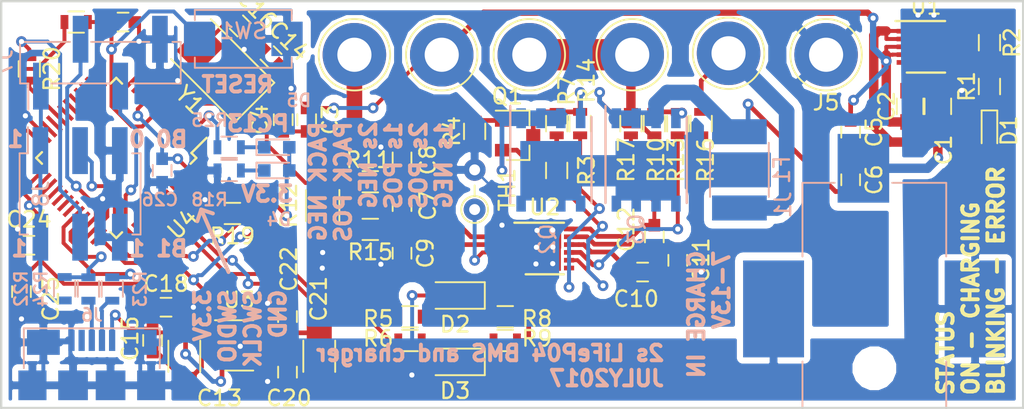
<source format=kicad_pcb>
(kicad_pcb (version 4) (host pcbnew 4.0.7-e2-6376~58~ubuntu16.04.1)
  (layers (0 Top signal hide) (31 Bottom signal hide) (34 B.Paste user) (35 F.Paste user hide) (36 B.SilkS user) (37 F.SilkS user hide) (38 B.Mask user) (39 F.Mask user hide) (44 Edge.Cuts user))
  (net 0 "")
  (net 1 "Net-(C1-Pad1)")
  (net 2 PACK_NEG)
  (net 3 PACK_POS)
  (net 4 "Net-(C3-Pad2)")
  (net 5 "Net-(C5-Pad2)")
  (net 6 "Net-(C6-Pad2)")
  (net 7 "Net-(C7-Pad1)")
  (net 8 "Net-(C7-Pad2)")
  (net 9 GND)
  (net 10 "Net-(C10-Pad1)")
  (net 11 "Net-(C11-Pad1)")
  (net 12 "Net-(C12-Pad2)")
  (net 13 +5V)
  (net 14 "Net-(C14-Pad1)")
  (net 15 "Net-(C16-Pad1)")
  (net 16 "Net-(C17-Pad1)")
  (net 17 "Net-(C19-Pad1)")
  (net 18 "Net-(C20-Pad1)")
  (net 19 +3V3)
  (net 20 "/MCU and USB/RESET")
  (net 21 "Net-(D1-Pad1)")
  (net 22 "Net-(D2-Pad1)")
  (net 23 "Net-(D3-Pad1)")
  (net 24 "Net-(D4-Pad1)")
  (net 25 "/MCU and USB/C13")
  (net 26 "Net-(F1-Pad1)")
  (net 27 "/MCU and USB/USB_DM")
  (net 28 "/MCU and USB/USB_DP")
  (net 29 "/MCU and USB/SWDIO")
  (net 30 "/MCU and USB/SWCLK")
  (net 31 "/MCU and USB/BOOT0")
  (net 32 "/MCU and USB/BOOT1")
  (net 33 "Net-(Q1-Pad1)")
  (net 34 "Net-(Q1-Pad3)")
  (net 35 "Net-(Q2-Pad1)")
  (net 36 "Net-(Q3-Pad2)")
  (net 37 "Net-(R1-Pad2)")
  (net 38 "Net-(R2-Pad1)")
  (net 39 "Net-(R3-Pad1)")
  (net 40 SCL)
  (net 41 SCA)
  (net 42 "Net-(R8-Pad2)")
  (net 43 "Net-(R9-Pad2)")
  (net 44 "Net-(R13-Pad2)")
  (net 45 "Net-(R14-Pad2)")
  (net 46 "Net-(J3-Pad1)")
  (net 47 "Net-(R19-Pad2)")
  (net 48 "Net-(R20-Pad2)")
  (net 49 "Net-(R22-Pad2)")
  (net 50 "Net-(R23-Pad1)")
  (net 51 "Net-(TH1-Pad1)")
  (net 52 "Net-(U1-Pad5)")
  (net 53 "Net-(U1-Pad6)")
  (net 54 "Net-(U4-Pad1)")
  (net 55 "Net-(U4-Pad10)")
  (net 56 "Net-(U4-Pad11)")
  (net 57 "Net-(U4-Pad12)")
  (net 58 "Net-(U4-Pad13)")
  (net 59 "Net-(U4-Pad14)")
  (net 60 "Net-(U4-Pad15)")
  (net 61 "Net-(U4-Pad16)")
  (net 62 "Net-(U4-Pad17)")
  (net 63 "Net-(U4-Pad18)")
  (net 64 "Net-(U4-Pad19)")
  (net 65 "Net-(U4-Pad21)")
  (net 66 "Net-(U4-Pad22)")
  (net 67 "Net-(U4-Pad25)")
  (net 68 "Net-(U4-Pad26)")
  (net 69 "Net-(U4-Pad27)")
  (net 70 "Net-(U4-Pad28)")
  (net 71 "Net-(U4-Pad29)")
  (net 72 "Net-(U4-Pad30)")
  (net 73 "Net-(U4-Pad31)")
  (net 74 "Net-(U4-Pad38)")
  (net 75 "Net-(U4-Pad39)")
  (net 76 "Net-(U4-Pad40)")
  (net 77 "Net-(U4-Pad41)")
  (net 78 "Net-(U4-Pad45)")
  (net 79 "Net-(U4-Pad46)")
  (net 80 "Net-(D5-Pad1)")
  (module Diodes_SMD:D_SOD-323_HandSoldering (layer Top) (at 137 100.75 180)
    (fp_text reference D2 (at 0 -1.85 180) (layer F.SilkS))
    (fp_text value MM3Z5V6C)
    (pad 1 smd rect (at -1.25 0 180) (size 1 1) (layers Top F.Paste F.Mask) (net 22 "Net-(D2-Pad1)"))
    (pad 2 smd rect (at 1.25 0 180) (size 1 1) (layers Top F.Paste F.Mask) (net 2 PACK_NEG))
  )
  (module Resistors_SMD:R_1812 (layer Bottom) (at 155.194 92.71 90)
    (fp_text reference F1 (at 0 2.72 90) (layer B.SilkS) (effects (justify mirror)))
    (fp_text value Polyfuse)
    (pad 1 smd rect (at -2.44 0 90) (size 1.6 3.5) (layers Bottom B.Paste B.Mask) (net 26 "Net-(F1-Pad1)"))
    (pad 2 smd rect (at 2.44 0 90) (size 1.6 3.5) (layers Bottom B.Paste B.Mask) (net 6 "Net-(C6-Pad2)"))
  )
  (module TO_SOT_Packages_SMD:SOT-23 (layer Top) (at 141 90.5)
    (fp_text reference Q1 (at -0.665 -2.5) (layer F.SilkS))
    (fp_text value 2N7002K)
    (pad 1 smd rect (at -1 -0.95) (size 0.9 0.8) (layers Top F.Paste F.Mask) (net 33 "Net-(Q1-Pad1)"))
    (pad 2 smd rect (at -1 0.95) (size 0.9 0.8) (layers Top F.Paste F.Mask) (net 3 PACK_POS))
    (pad 3 smd rect (at 1 0) (size 0.9 0.8) (layers Top F.Paste F.Mask) (net 34 "Net-(Q1-Pad3)"))
  )
  (module Housings_DFN_QFN:DFN-10-1EP_3x3mm_Pitch0.5mm (layer Top) (at 167.132 84.836)
    (fp_text reference U1 (at 0 -2.575) (layer F.SilkS))
    (fp_text value MCP73223)
    (pad 1 smd rect (at -1.55 -1) (size 0.65 0.3) (layers Top F.Paste F.Mask) (net 1 "Net-(C1-Pad1)"))
    (pad 2 smd rect (at -1.55 -0.5) (size 0.65 0.3) (layers Top F.Paste F.Mask) (net 1 "Net-(C1-Pad1)"))
    (pad 3 smd rect (at -1.55 0) (size 0.65 0.3) (layers Top F.Paste F.Mask) (net 3 PACK_POS))
    (pad 4 smd rect (at -1.55 0.5) (size 0.65 0.3) (layers Top F.Paste F.Mask) (net 3 PACK_POS))
    (pad 5 smd rect (at -1.55 1) (size 0.65 0.3) (layers Top F.Paste F.Mask) (net 52 "Net-(U1-Pad5)"))
    (pad 6 smd rect (at 1.55 1) (size 0.65 0.3) (layers Top F.Paste F.Mask) (net 53 "Net-(U1-Pad6)"))
    (pad 7 smd rect (at 1.55 0.5) (size 0.65 0.3) (layers Top F.Paste F.Mask) (net 37 "Net-(R1-Pad2)"))
    (pad 8 smd rect (at 1.55 0) (size 0.65 0.3) (layers Top F.Paste F.Mask) (net 2 PACK_NEG))
    (pad 9 smd rect (at 1.55 -0.5) (size 0.65 0.3) (layers Top F.Paste F.Mask) (net 2 PACK_NEG))
    (pad 10 smd rect (at 1.55 -1) (size 0.65 0.3) (layers Top F.Paste F.Mask) (net 38 "Net-(R2-Pad1)"))
    (pad 11 smd rect (at 0.3875 0.62) (size 0.775 1.24) (layers Top F.Paste F.Mask) (net 2 PACK_NEG))
    (pad 11 smd rect (at 0.3875 -0.62) (size 0.775 1.24) (layers Top F.Paste F.Mask) (net 2 PACK_NEG))
    (pad 11 smd rect (at -0.3875 0.62) (size 0.775 1.24) (layers Top F.Paste F.Mask) (net 2 PACK_NEG))
    (pad 11 smd rect (at -0.3875 -0.62) (size 0.775 1.24) (layers Top F.Paste F.Mask) (net 2 PACK_NEG))
  )
  (module TO_SOT_Packages_SMD:SOT-23-5 (layer Top) (at 123.183 103.944)
    (fp_text reference U3 (at 0 -2.9) (layer F.SilkS))
    (fp_text value AP131-33)
    (pad 1 smd rect (at -1.1 -0.95) (size 1.06 0.65) (layers Top F.Paste F.Mask) (net 13 +5V))
    (pad 2 smd rect (at -1.1 0) (size 1.06 0.65) (layers Top F.Paste F.Mask) (net 2 PACK_NEG))
    (pad 3 smd rect (at -1.1 0.95) (size 1.06 0.65) (layers Top F.Paste F.Mask) (net 13 +5V))
    (pad 4 smd rect (at 1.1 0.95) (size 1.06 0.65) (layers Top F.Paste F.Mask) (net 18 "Net-(C20-Pad1)"))
    (pad 5 smd rect (at 1.1 -0.95) (size 1.06 0.65) (layers Top F.Paste F.Mask) (net 19 +3V3))
  )
  (module Housings_QFP:LQFP-48_7x7mm_Pitch0.5mm (layer Top) (at 115.316 91.948 225)
    (fp_text reference U4 (at 0 -6 225) (layer F.SilkS))
    (fp_text value STM32F103C8Tx)
    (pad 1 smd rect (at -4.35 -2.75 225) (size 1.3 0.25) (layers Top F.Paste F.Mask) (net 54 "Net-(U4-Pad1)"))
    (pad 2 smd rect (at -4.35 -2.25 225) (size 1.3 0.25) (layers Top F.Paste F.Mask) (net 25 "/MCU and USB/C13"))
    (pad 3 smd rect (at -4.35 -1.75 225) (size 1.3 0.25) (layers Top F.Paste F.Mask) (net 16 "Net-(C17-Pad1)"))
    (pad 4 smd rect (at -4.35 -1.25 225) (size 1.3 0.25) (layers Top F.Paste F.Mask) (net 17 "Net-(C19-Pad1)"))
    (pad 5 smd rect (at -4.35 -0.75 225) (size 1.3 0.25) (layers Top F.Paste F.Mask) (net 14 "Net-(C14-Pad1)"))
    (pad 6 smd rect (at -4.35 -0.25 225) (size 1.3 0.25) (layers Top F.Paste F.Mask) (net 15 "Net-(C16-Pad1)"))
    (pad 7 smd rect (at -4.35 0.25 225) (size 1.3 0.25) (layers Top F.Paste F.Mask) (net 20 "/MCU and USB/RESET"))
    (pad 8 smd rect (at -4.35 0.75 225) (size 1.3 0.25) (layers Top F.Paste F.Mask) (net 2 PACK_NEG))
    (pad 9 smd rect (at -4.35 1.25 225) (size 1.3 0.25) (layers Top F.Paste F.Mask) (net 19 +3V3))
    (pad 10 smd rect (at -4.35 1.75 225) (size 1.3 0.25) (layers Top F.Paste F.Mask) (net 55 "Net-(U4-Pad10)"))
    (pad 11 smd rect (at -4.35 2.25 225) (size 1.3 0.25) (layers Top F.Paste F.Mask) (net 56 "Net-(U4-Pad11)"))
    (pad 12 smd rect (at -4.35 2.75 225) (size 1.3 0.25) (layers Top F.Paste F.Mask) (net 57 "Net-(U4-Pad12)"))
    (pad 13 smd rect (at -2.75 4.35 315) (size 1.3 0.25) (layers Top F.Paste F.Mask) (net 58 "Net-(U4-Pad13)"))
    (pad 14 smd rect (at -2.25 4.35 315) (size 1.3 0.25) (layers Top F.Paste F.Mask) (net 59 "Net-(U4-Pad14)"))
    (pad 15 smd rect (at -1.75 4.35 315) (size 1.3 0.25) (layers Top F.Paste F.Mask) (net 60 "Net-(U4-Pad15)"))
    (pad 16 smd rect (at -1.25 4.35 315) (size 1.3 0.25) (layers Top F.Paste F.Mask) (net 61 "Net-(U4-Pad16)"))
    (pad 17 smd rect (at -0.75 4.35 315) (size 1.3 0.25) (layers Top F.Paste F.Mask) (net 62 "Net-(U4-Pad17)"))
    (pad 18 smd rect (at -0.25 4.35 315) (size 1.3 0.25) (layers Top F.Paste F.Mask) (net 63 "Net-(U4-Pad18)"))
    (pad 19 smd rect (at 0.25 4.35 315) (size 1.3 0.25) (layers Top F.Paste F.Mask) (net 64 "Net-(U4-Pad19)"))
    (pad 20 smd rect (at 0.75 4.35 315) (size 1.3 0.25) (layers Top F.Paste F.Mask) (net 48 "Net-(R20-Pad2)"))
    (pad 21 smd rect (at 1.25 4.35 315) (size 1.3 0.25) (layers Top F.Paste F.Mask) (net 65 "Net-(U4-Pad21)"))
    (pad 22 smd rect (at 1.75 4.35 315) (size 1.3 0.25) (layers Top F.Paste F.Mask) (net 66 "Net-(U4-Pad22)"))
    (pad 23 smd rect (at 2.25 4.35 315) (size 1.3 0.25) (layers Top F.Paste F.Mask) (net 2 PACK_NEG))
    (pad 24 smd rect (at 2.75 4.35 315) (size 1.3 0.25) (layers Top F.Paste F.Mask) (net 19 +3V3))
    (pad 25 smd rect (at 4.35 2.75 225) (size 1.3 0.25) (layers Top F.Paste F.Mask) (net 67 "Net-(U4-Pad25)"))
    (pad 26 smd rect (at 4.35 2.25 225) (size 1.3 0.25) (layers Top F.Paste F.Mask) (net 68 "Net-(U4-Pad26)"))
    (pad 27 smd rect (at 4.35 1.75 225) (size 1.3 0.25) (layers Top F.Paste F.Mask) (net 69 "Net-(U4-Pad27)"))
    (pad 28 smd rect (at 4.35 1.25 225) (size 1.3 0.25) (layers Top F.Paste F.Mask) (net 70 "Net-(U4-Pad28)"))
    (pad 29 smd rect (at 4.35 0.75 225) (size 1.3 0.25) (layers Top F.Paste F.Mask) (net 71 "Net-(U4-Pad29)"))
    (pad 30 smd rect (at 4.35 0.25 225) (size 1.3 0.25) (layers Top F.Paste F.Mask) (net 72 "Net-(U4-Pad30)"))
    (pad 31 smd rect (at 4.35 -0.25 225) (size 1.3 0.25) (layers Top F.Paste F.Mask) (net 73 "Net-(U4-Pad31)"))
    (pad 32 smd rect (at 4.35 -0.75 225) (size 1.3 0.25) (layers Top F.Paste F.Mask) (net 50 "Net-(R23-Pad1)"))
    (pad 33 smd rect (at 4.35 -1.25 225) (size 1.3 0.25) (layers Top F.Paste F.Mask) (net 49 "Net-(R22-Pad2)"))
    (pad 34 smd rect (at 4.35 -1.75 225) (size 1.3 0.25) (layers Top F.Paste F.Mask) (net 29 "/MCU and USB/SWDIO"))
    (pad 35 smd rect (at 4.35 -2.25 225) (size 1.3 0.25) (layers Top F.Paste F.Mask) (net 2 PACK_NEG))
    (pad 36 smd rect (at 4.35 -2.75 225) (size 1.3 0.25) (layers Top F.Paste F.Mask) (net 19 +3V3))
    (pad 37 smd rect (at 2.75 -4.35 315) (size 1.3 0.25) (layers Top F.Paste F.Mask) (net 30 "/MCU and USB/SWCLK"))
    (pad 38 smd rect (at 2.25 -4.35 315) (size 1.3 0.25) (layers Top F.Paste F.Mask) (net 74 "Net-(U4-Pad38)"))
    (pad 39 smd rect (at 1.75 -4.35 315) (size 1.3 0.25) (layers Top F.Paste F.Mask) (net 75 "Net-(U4-Pad39)"))
    (pad 40 smd rect (at 1.25 -4.35 315) (size 1.3 0.25) (layers Top F.Paste F.Mask) (net 76 "Net-(U4-Pad40)"))
    (pad 41 smd rect (at 0.75 -4.35 315) (size 1.3 0.25) (layers Top F.Paste F.Mask) (net 77 "Net-(U4-Pad41)"))
    (pad 42 smd rect (at 0.25 -4.35 315) (size 1.3 0.25) (layers Top F.Paste F.Mask) (net 40 SCL))
    (pad 43 smd rect (at -0.25 -4.35 315) (size 1.3 0.25) (layers Top F.Paste F.Mask) (net 41 SCA))
    (pad 44 smd rect (at -0.75 -4.35 315) (size 1.3 0.25) (layers Top F.Paste F.Mask) (net 47 "Net-(R19-Pad2)"))
    (pad 45 smd rect (at -1.25 -4.35 315) (size 1.3 0.25) (layers Top F.Paste F.Mask) (net 78 "Net-(U4-Pad45)"))
    (pad 46 smd rect (at -1.75 -4.35 315) (size 1.3 0.25) (layers Top F.Paste F.Mask) (net 79 "Net-(U4-Pad46)"))
    (pad 47 smd rect (at -2.25 -4.35 315) (size 1.3 0.25) (layers Top F.Paste F.Mask) (net 2 PACK_NEG))
    (pad 48 smd rect (at -2.75 -4.35 315) (size 1.3 0.25) (layers Top F.Paste F.Mask) (net 19 +3V3))
  )
  (module Connectors:1pin (layer Top) (at 154.5 85.25 180)
    (fp_text reference J2 (at 0.195 3.97 180) (layer F.SilkS))
    (fp_text value "2s POS")
    (pad 1 thru_hole circle (at 0 0 180) (size 4.064 4.064) (drill 2.1844) (layers *.Cu *.Mask) (net 26 "Net-(F1-Pad1)"))
  )
  (module Connectors:1pin (layer Top) (at 148.336 85.344 180)
    (fp_text reference J3 (at 0 4.064 180) (layer F.SilkS))
    (fp_text value "2s NEG")
    (pad 1 thru_hole circle (at 0 0 180) (size 4.064 4.064) (drill 2.1844) (layers *.Cu *.Mask) (net 46 "Net-(J3-Pad1)"))
  )
  (module Connectors:1pin (layer Top) (at 141.75 85.344 180)
    (fp_text reference J4 (at 0.145 4.064 180) (layer F.SilkS))
    (fp_text value "1s POS")
    (pad 1 thru_hole circle (at 0 0 180) (size 4.064 4.064) (drill 2.1844) (layers *.Cu *.Mask) (net 46 "Net-(J3-Pad1)"))
  )
  (module Connectors:1pin (layer Top) (at 160.740864 85.344 180)
    (fp_text reference J5 (at 0 -3.048 180) (layer F.SilkS))
    (fp_text value "1s NEG")
    (pad 1 thru_hole circle (at 0 0 180) (size 4.064 4.064) (drill 2.1844) (layers *.Cu *.Mask) (net 9 GND))
  )
  (module Housings_DFN_QFN:DFN-12-1EP_3x3mm_Pitch0.5mm (layer Top) (at 142.7425 97.743)
    (fp_text reference U2 (at 0 -2.65) (layer F.SilkS))
    (fp_text value BQ28Z610)
    (pad 1 smd rect (at -1.55 -1.25) (size 0.65 0.3) (layers Top F.Paste F.Mask) (net 9 GND))
    (pad 2 smd rect (at -1.55 -0.75) (size 0.65 0.3) (layers Top F.Paste F.Mask) (net 8 "Net-(C7-Pad2)"))
    (pad 3 smd rect (at -1.55 -0.25) (size 0.65 0.3) (layers Top F.Paste F.Mask) (net 7 "Net-(C7-Pad1)"))
    (pad 4 smd rect (at -1.55 0.25) (size 0.65 0.3) (layers Top F.Paste F.Mask) (net 51 "Net-(TH1-Pad1)"))
    (pad 5 smd rect (at -1.55 0.75) (size 0.65 0.3) (layers Top F.Paste F.Mask) (net 42 "Net-(R8-Pad2)"))
    (pad 8 smd rect (at 1.55 0.75) (size 0.65 0.3) (layers Top F.Paste F.Mask) (net 39 "Net-(R3-Pad1)"))
    (pad 9 smd rect (at 1.55 0.25) (size 0.65 0.3) (layers Top F.Paste F.Mask) (net 44 "Net-(R13-Pad2)"))
    (pad 10 smd rect (at 1.55 -0.25) (size 0.65 0.3) (layers Top F.Paste F.Mask) (net 10 "Net-(C10-Pad1)"))
    (pad 11 smd rect (at 1.55 -0.75) (size 0.65 0.3) (layers Top F.Paste F.Mask) (net 11 "Net-(C11-Pad1)"))
    (pad 12 smd rect (at 1.55 -1.25) (size 0.65 0.3) (layers Top F.Paste F.Mask) (net 12 "Net-(C12-Pad2)"))
    (pad 13 smd rect (at 0.5025 0.715) (size 1.05 1.43) (layers Top F.Paste F.Mask) (net 9 GND))
    (pad 13 smd rect (at 0.5205 -0.715) (size 1.05 1.43) (layers Top F.Paste F.Mask) (net 9 GND))
    (pad 13 smd rect (at -0.5 0.715) (size 1.05 1.43) (layers Top F.Paste F.Mask) (net 9 GND))
    (pad 13 smd rect (at -0.5025 -0.715) (size 1.05 1.43) (layers Top F.Paste F.Mask) (net 9 GND))
    (pad 6 smd rect (at -1.55 1.25) (size 0.65 0.3) (layers Top F.Paste F.Mask) (net 43 "Net-(R9-Pad2)"))
    (pad 7 smd rect (at 1.55 1.25) (size 0.65 0.3) (layers Top F.Paste F.Mask) (net 45 "Net-(R14-Pad2)"))
  )
  (module "2-cell charger:SO-8_PowerPAK" (layer Bottom) (at 149.225 92.078 270)
    (fp_text reference Q3 (at 4.442 0.635 270) (layer B.SilkS) (effects (justify mirror)))
    (fp_text value Q_NMOS_DGS)
    (pad 3 smd rect (at -2.67 1.905 270) (size 1.27 0.61) (layers Bottom B.Paste B.Mask) (net 6 "Net-(C6-Pad2)"))
    (pad 3 smd rect (at -2.67 0.635 270) (size 1.27 0.61) (layers Bottom B.Paste B.Mask) (net 6 "Net-(C6-Pad2)"))
    (pad 3 smd rect (at -2.67 -0.635 270) (size 1.27 0.61) (layers Bottom B.Paste B.Mask) (net 6 "Net-(C6-Pad2)"))
    (pad 2 smd rect (at -2.67 -1.905 270) (size 1.27 0.61) (layers Bottom B.Paste B.Mask) (net 36 "Net-(Q3-Pad2)"))
    (pad 1 smd rect (at 2.795 -1.905 270) (size 1.02 0.61) (layers Bottom B.Paste B.Mask) (net 35 "Net-(Q2-Pad1)"))
    (pad 1 smd rect (at 2.795 -0.635 270) (size 1.02 0.61) (layers Bottom B.Paste B.Mask) (net 35 "Net-(Q2-Pad1)"))
    (pad 1 smd rect (at 2.795 0.635 270) (size 1.02 0.61) (layers Bottom B.Paste B.Mask) (net 35 "Net-(Q2-Pad1)"))
    (pad 1 smd rect (at 2.795 1.905 270) (size 1.02 0.61) (layers Bottom B.Paste B.Mask) (net 35 "Net-(Q2-Pad1)"))
    (pad 1 smd rect (at 0.69 0 270) (size 3.81 3.91) (layers Bottom B.Paste B.Mask) (net 35 "Net-(Q2-Pad1)"))
  )
  (module "2-cell charger:SO-8_PowerPAK" (layer Bottom) (at 143.129 92.078 270)
    (fp_text reference Q2 (at 5.077 0.254 270) (layer B.SilkS) (effects (justify mirror)))
    (fp_text value Q_NMOS_DGS)
    (pad 3 smd rect (at -2.67 1.905 270) (size 1.27 0.61) (layers Bottom B.Paste B.Mask) (net 3 PACK_POS))
    (pad 3 smd rect (at -2.67 0.635 270) (size 1.27 0.61) (layers Bottom B.Paste B.Mask) (net 3 PACK_POS))
    (pad 3 smd rect (at -2.67 -0.635 270) (size 1.27 0.61) (layers Bottom B.Paste B.Mask) (net 3 PACK_POS))
    (pad 2 smd rect (at -2.67 -1.905 270) (size 1.27 0.61) (layers Bottom B.Paste B.Mask) (net 34 "Net-(Q1-Pad3)"))
    (pad 1 smd rect (at 2.795 -1.905 270) (size 1.02 0.61) (layers Bottom B.Paste B.Mask) (net 35 "Net-(Q2-Pad1)"))
    (pad 1 smd rect (at 2.795 -0.635 270) (size 1.02 0.61) (layers Bottom B.Paste B.Mask) (net 35 "Net-(Q2-Pad1)"))
    (pad 1 smd rect (at 2.795 0.635 270) (size 1.02 0.61) (layers Bottom B.Paste B.Mask) (net 35 "Net-(Q2-Pad1)"))
    (pad 1 smd rect (at 2.795 1.905 270) (size 1.02 0.61) (layers Bottom B.Paste B.Mask) (net 35 "Net-(Q2-Pad1)"))
    (pad 1 smd rect (at 0.69 0 270) (size 3.81 3.91) (layers Bottom B.Paste B.Mask) (net 35 "Net-(Q2-Pad1)"))
  )
  (module Capacitors_SMD:C_0805 (layer Top) (at 167.894 88.646 90)
    (fp_text reference C1 (at -2.794 0.381 90) (layer F.SilkS))
    (fp_text value 4.7uF)
    (pad 1 smd rect (at -1 0 90) (size 1 1.25) (layers Top F.Paste F.Mask) (net 1 "Net-(C1-Pad1)"))
    (pad 2 smd rect (at 1 0 90) (size 1 1.25) (layers Top F.Paste F.Mask) (net 2 PACK_NEG))
  )
  (module Capacitors_SMD:C_0805 (layer Top) (at 166.116 88.646 90)
    (fp_text reference C2 (at 0 -1.5 90) (layer F.SilkS))
    (fp_text value 4.7uF)
    (pad 1 smd rect (at -1 0 90) (size 1 1.25) (layers Top F.Paste F.Mask) (net 3 PACK_POS))
    (pad 2 smd rect (at 1 0 90) (size 1 1.25) (layers Top F.Paste F.Mask) (net 2 PACK_NEG))
  )
  (module Capacitors_SMD:C_0603 (layer Top) (at 127.5 89.5 270)
    (fp_text reference C3 (at 0 -1.5 270) (layer F.SilkS))
    (fp_text value 0.1uF)
    (pad 1 smd rect (at -0.75 0 270) (size 0.8 0.75) (layers Top F.Paste F.Mask) (net 3 PACK_POS))
    (pad 2 smd rect (at 0.75 0 270) (size 0.8 0.75) (layers Top F.Paste F.Mask) (net 4 "Net-(C3-Pad2)"))
  )
  (module Capacitors_SMD:C_0603 (layer Top) (at 126 89.5 90)
    (fp_text reference C4 (at 0 -1.5 90) (layer F.SilkS))
    (fp_text value 0.1uF)
    (pad 1 smd rect (at -0.75 0 90) (size 0.8 0.75) (layers Top F.Paste F.Mask) (net 4 "Net-(C3-Pad2)"))
    (pad 2 smd rect (at 0.75 0 90) (size 0.8 0.75) (layers Top F.Paste F.Mask) (net 2 PACK_NEG))
  )
  (module Capacitors_SMD:C_0603 (layer Top) (at 162.314 90.298 270)
    (fp_text reference C5 (at 0 -1.5 270) (layer F.SilkS))
    (fp_text value 0.1uF)
    (pad 1 smd rect (at -0.75 0 270) (size 0.8 0.75) (layers Top F.Paste F.Mask) (net 3 PACK_POS))
    (pad 2 smd rect (at 0.75 0 270) (size 0.8 0.75) (layers Top F.Paste F.Mask) (net 5 "Net-(C5-Pad2)"))
  )
  (module Capacitors_SMD:C_0603 (layer Top) (at 162.314 93.346 270)
    (fp_text reference C6 (at 0 -1.5 270) (layer F.SilkS))
    (fp_text value 0.1uF)
    (pad 1 smd rect (at -0.75 0 270) (size 0.8 0.75) (layers Top F.Paste F.Mask) (net 5 "Net-(C5-Pad2)"))
    (pad 2 smd rect (at 0.75 0 270) (size 0.8 0.75) (layers Top F.Paste F.Mask) (net 6 "Net-(C6-Pad2)"))
  )
  (module Capacitors_SMD:C_0603 (layer Top) (at 133.604 94.996 90)
    (fp_text reference C7 (at 0 1.651 90) (layer F.SilkS))
    (fp_text value 0.1uF)
    (pad 1 smd rect (at -0.75 0 90) (size 0.8 0.75) (layers Top F.Paste F.Mask) (net 7 "Net-(C7-Pad1)"))
    (pad 2 smd rect (at 0.75 0 90) (size 0.8 0.75) (layers Top F.Paste F.Mask) (net 8 "Net-(C7-Pad2)"))
  )
  (module Capacitors_SMD:C_0603 (layer Top) (at 133.604 91.948 90)
    (fp_text reference C8 (at -0.127 1.651 90) (layer F.SilkS))
    (fp_text value 0.1uF)
    (pad 1 smd rect (at -0.75 0 90) (size 0.8 0.75) (layers Top F.Paste F.Mask) (net 8 "Net-(C7-Pad2)"))
    (pad 2 smd rect (at 0.75 0 90) (size 0.8 0.75) (layers Top F.Paste F.Mask) (net 9 GND))
  )
  (module Capacitors_SMD:C_0603 (layer Top) (at 133.604 98.044 270)
    (fp_text reference C9 (at 0 -1.5 270) (layer F.SilkS))
    (fp_text value 0.1uF)
    (pad 1 smd rect (at -0.75 0 270) (size 0.8 0.75) (layers Top F.Paste F.Mask) (net 7 "Net-(C7-Pad1)"))
    (pad 2 smd rect (at 0.75 0 270) (size 0.8 0.75) (layers Top F.Paste F.Mask) (net 9 GND))
  )
  (module Capacitors_SMD:C_0603 (layer Top) (at 149 99.25)
    (fp_text reference C10 (at -0.41 1.715) (layer F.SilkS))
    (fp_text value 2.2uF)
    (pad 1 smd rect (at -0.75 0) (size 0.8 0.75) (layers Top F.Paste F.Mask) (net 10 "Net-(C10-Pad1)"))
    (pad 2 smd rect (at 0.75 0) (size 0.8 0.75) (layers Top F.Paste F.Mask) (net 9 GND))
  )
  (module Capacitors_SMD:C_0603 (layer Top) (at 151.25 98.5 270)
    (fp_text reference C11 (at 0 -1.5 270) (layer F.SilkS))
    (fp_text value 0.1uF)
    (pad 1 smd rect (at -0.75 0 270) (size 0.8 0.75) (layers Top F.Paste F.Mask) (net 11 "Net-(C11-Pad1)"))
    (pad 2 smd rect (at 0.75 0 270) (size 0.8 0.75) (layers Top F.Paste F.Mask) (net 9 GND))
  )
  (module Capacitors_SMD:C_0603 (layer Top) (at 149.75 97 90)
    (fp_text reference C12 (at 0.48 -1.795 90) (layer F.SilkS))
    (fp_text value 0.1uF)
    (pad 1 smd rect (at -0.75 0 90) (size 0.8 0.75) (layers Top F.Paste F.Mask) (net 11 "Net-(C11-Pad1)"))
    (pad 2 smd rect (at 0.75 0 90) (size 0.8 0.75) (layers Top F.Paste F.Mask) (net 12 "Net-(C12-Pad2)"))
  )
  (module Capacitors_SMD:C_1206 (layer Top) (at 119.67 104.64 270)
    (fp_text reference C13 (at 2.675 -2.25 360) (layer F.SilkS))
    (fp_text value 10uF)
    (pad 1 smd rect (at -1.5 0 270) (size 1 1.6) (layers Top F.Paste F.Mask) (net 13 +5V))
    (pad 2 smd rect (at 1.5 0 270) (size 1 1.6) (layers Top F.Paste F.Mask) (net 2 PACK_NEG))
  )
  (module Capacitors_SMD:C_0603 (layer Top) (at 125.21967 85.46967 135)
    (fp_text reference C14 (at -0.092391 1.527351 135) (layer F.SilkS))
    (fp_text value 12pF)
    (pad 1 smd rect (at -0.75 0 135) (size 0.8 0.75) (layers Top F.Paste F.Mask) (net 14 "Net-(C14-Pad1)"))
    (pad 2 smd rect (at 0.75 0 135) (size 0.8 0.75) (layers Top F.Paste F.Mask) (net 2 PACK_NEG))
  )
  (module Capacitors_SMD:C_0603 (layer Top) (at 117.638 103.624 270)
    (fp_text reference C15 (at -0.119 1.433 270) (layer F.SilkS))
    (fp_text value 0.1uF)
    (pad 1 smd rect (at -0.75 0 270) (size 0.8 0.75) (layers Top F.Paste F.Mask) (net 13 +5V))
    (pad 2 smd rect (at 0.75 0 270) (size 0.8 0.75) (layers Top F.Paste F.Mask) (net 2 PACK_NEG))
  )
  (module Capacitors_SMD:C_0603 (layer Top) (at 123.25 83.5 315)
    (fp_text reference C16 (at 0 -1.5 315) (layer F.SilkS))
    (fp_text value 12pF)
    (pad 1 smd rect (at -0.75 0 315) (size 0.8 0.75) (layers Top F.Paste F.Mask) (net 15 "Net-(C16-Pad1)"))
    (pad 2 smd rect (at 0.75 0 315) (size 0.8 0.75) (layers Top F.Paste F.Mask) (net 2 PACK_NEG))
  )
  (module Capacitors_SMD:C_0603 (layer Top) (at 118.5 101.5)
    (fp_text reference C18 (at 0 -1.5) (layer F.SilkS))
    (fp_text value 0.1uF)
    (pad 1 smd rect (at -0.75 0) (size 0.8 0.75) (layers Top F.Paste F.Mask) (net 13 +5V))
    (pad 2 smd rect (at 0.75 0) (size 0.8 0.75) (layers Top F.Paste F.Mask) (net 2 PACK_NEG))
  )
  (module Capacitors_SMD:C_0603 (layer Top) (at 126.274 105.656 270)
    (fp_text reference C20 (at 1.659 -0.091 360) (layer F.SilkS))
    (fp_text value 0.1uF)
    (pad 1 smd rect (at -0.75 0 270) (size 0.8 0.75) (layers Top F.Paste F.Mask) (net 18 "Net-(C20-Pad1)"))
    (pad 2 smd rect (at 0.75 0 270) (size 0.8 0.75) (layers Top F.Paste F.Mask) (net 2 PACK_NEG))
  )
  (module Capacitors_SMD:C_1206 (layer Top) (at 128.306 104.64 270)
    (fp_text reference C21 (at -3.675 0.036 270) (layer F.SilkS))
    (fp_text value 10uF)
    (pad 1 smd rect (at -1.5 0 270) (size 1 1.6) (layers Top F.Paste F.Mask) (net 19 +3V3))
    (pad 2 smd rect (at 1.5 0 270) (size 1 1.6) (layers Top F.Paste F.Mask) (net 2 PACK_NEG))
  )
  (module Capacitors_SMD:C_0603 (layer Top) (at 126.274 102.1 90)
    (fp_text reference C22 (at 3.04 0.091 90) (layer F.SilkS))
    (fp_text value 0.1uF)
    (pad 1 smd rect (at -0.75 0 90) (size 0.8 0.75) (layers Top F.Paste F.Mask) (net 19 +3V3))
    (pad 2 smd rect (at 0.75 0 90) (size 0.8 0.75) (layers Top F.Paste F.Mask) (net 2 PACK_NEG))
  )
  (module Capacitors_SMD:C_0603 (layer Top) (at 115.75 83.25)
    (fp_text reference C23 (at 0 -1.97) (layer F.SilkS))
    (fp_text value 0.1uF)
    (pad 1 smd rect (at -0.75 0) (size 0.8 0.75) (layers Top F.Paste F.Mask) (net 20 "/MCU and USB/RESET"))
    (pad 2 smd rect (at 0.75 0) (size 0.8 0.75) (layers Top F.Paste F.Mask) (net 2 PACK_NEG))
  )
  (module Capacitors_SMD:C_0603 (layer Top) (at 109.728 97.536 180)
    (fp_text reference C24 (at 0 1.651 180) (layer F.SilkS))
    (fp_text value 0.1uF)
    (pad 1 smd rect (at -0.75 0 180) (size 0.8 0.75) (layers Top F.Paste F.Mask) (net 19 +3V3))
    (pad 2 smd rect (at 0.75 0 180) (size 0.8 0.75) (layers Top F.Paste F.Mask) (net 2 PACK_NEG))
  )
  (module Capacitors_SMD:C_0603 (layer Top) (at 109.25 100.5 270)
    (fp_text reference C25 (at 0.465 -1.875 270) (layer F.SilkS))
    (fp_text value 0.1uF)
    (pad 1 smd rect (at -0.75 0 270) (size 0.8 0.75) (layers Top F.Paste F.Mask) (net 19 +3V3))
    (pad 2 smd rect (at 0.75 0 270) (size 0.8 0.75) (layers Top F.Paste F.Mask) (net 2 PACK_NEG))
  )
  (module Capacitors_SMD:C_0603 (layer Bottom) (at 118.25 92.75 270)
    (fp_text reference C26 (at 1.865 0.14 360) (layer B.SilkS) (effects (font (size 0.8 0.8)) (justify mirror)))
    (fp_text value 0.1uF)
    (pad 1 smd rect (at -0.75 0 270) (size 0.8 0.75) (layers Bottom B.Paste B.Mask) (net 19 +3V3))
    (pad 2 smd rect (at 0.75 0 270) (size 0.8 0.75) (layers Bottom B.Paste B.Mask) (net 2 PACK_NEG))
  )
  (module LEDs:LED_0603 (layer Top) (at 171.196 90.208 270)
    (fp_text reference D1 (at 0 -1.25 270) (layer F.SilkS))
    (fp_text value RED_LED)
    (pad 2 smd rect (at 0.8 0 90) (size 0.8 0.8) (layers Top F.Paste F.Mask) (net 1 "Net-(C1-Pad1)"))
    (pad 1 smd rect (at -0.8 0 90) (size 0.8 0.8) (layers Top F.Paste F.Mask) (net 21 "Net-(D1-Pad1)"))
  )
  (module LEDs:LED_0603 (layer Bottom) (at 125.588 92.75)
    (fp_text reference D4 (at 0.142 3.135) (layer B.SilkS) (effects (font (size 0.8 0.8)) (justify mirror)))
    (fp_text value LED_ALT)
    (pad 2 smd rect (at 0.8 0 180) (size 0.8 0.8) (layers Bottom B.Paste B.Mask) (net 19 +3V3))
    (pad 1 smd rect (at -0.8 0 180) (size 0.8 0.8) (layers Bottom B.Paste B.Mask) (net 24 "Net-(D4-Pad1)"))
  )
  (module LEDs:LED_0603 (layer Bottom) (at 125.588 91.264268)
    (fp_text reference D5 (at 1.412 -2.999268) (layer B.SilkS) (effects (font (size 0.8 0.8)) (justify mirror)))
    (fp_text value LED_ALT)
    (pad 2 smd rect (at 0.8 0 180) (size 0.8 0.8) (layers Bottom B.Paste B.Mask) (net 19 +3V3))
    (pad 1 smd rect (at -0.8 0 180) (size 0.8 0.8) (layers Bottom B.Paste B.Mask) (net 80 "Net-(D5-Pad1)"))
  )
  (module Resistors_SMD:R_0603 (layer Top) (at 171.196 87.376 90)
    (fp_text reference R1 (at 0 -1.45 90) (layer F.SilkS))
    (fp_text value 1k)
    (pad 1 smd rect (at -0.75 0 90) (size 0.5 0.9) (layers Top F.Paste F.Mask) (net 21 "Net-(D1-Pad1)"))
    (pad 2 smd rect (at 0.75 0 90) (size 0.5 0.9) (layers Top F.Paste F.Mask) (net 37 "Net-(R1-Pad2)"))
  )
  (module Resistors_SMD:R_0603 (layer Top) (at 171.196 84.57 270)
    (fp_text reference R2 (at 0 -1.45 270) (layer F.SilkS))
    (fp_text value 1.15k)
    (pad 1 smd rect (at -0.75 0 270) (size 0.5 0.9) (layers Top F.Paste F.Mask) (net 38 "Net-(R2-Pad1)"))
    (pad 2 smd rect (at 0.75 0 270) (size 0.5 0.9) (layers Top F.Paste F.Mask) (net 2 PACK_NEG))
  )
  (module Resistors_SMD:R_0603 (layer Top) (at 143.5 92.75 90)
    (fp_text reference R3 (at 0 1.915 90) (layer F.SilkS))
    (fp_text value 10)
    (pad 1 smd rect (at -0.75 0 90) (size 0.5 0.9) (layers Top F.Paste F.Mask) (net 39 "Net-(R3-Pad1)"))
    (pad 2 smd rect (at 0.75 0 90) (size 0.5 0.9) (layers Top F.Paste F.Mask) (net 3 PACK_POS))
  )
  (module Resistors_SMD:R_0603 (layer Top) (at 138.25 90.25 90)
    (fp_text reference R4 (at 0 -1.45 90) (layer F.SilkS))
    (fp_text value 10k)
    (pad 1 smd rect (at -0.75 0 90) (size 0.5 0.9) (layers Top F.Paste F.Mask) (net 2 PACK_NEG))
    (pad 2 smd rect (at 0.75 0 90) (size 0.5 0.9) (layers Top F.Paste F.Mask) (net 33 "Net-(Q1-Pad1)"))
  )
  (module Resistors_SMD:R_0603 (layer Top) (at 134.112 102.108)
    (fp_text reference R5 (at -2.032 0.127) (layer F.SilkS))
    (fp_text value 100)
    (pad 1 smd rect (at -0.75 0) (size 0.5 0.9) (layers Top F.Paste F.Mask) (net 40 SCL))
    (pad 2 smd rect (at 0.75 0) (size 0.5 0.9) (layers Top F.Paste F.Mask) (net 22 "Net-(D2-Pad1)"))
  )
  (module Resistors_SMD:R_0603 (layer Top) (at 134.112 103.632)
    (fp_text reference R6 (at -2.032 -0.127) (layer F.SilkS))
    (fp_text value 100)
    (pad 1 smd rect (at -0.75 0) (size 0.5 0.9) (layers Top F.Paste F.Mask) (net 41 SCA))
    (pad 2 smd rect (at 0.75 0) (size 0.5 0.9) (layers Top F.Paste F.Mask) (net 23 "Net-(D3-Pad1)"))
  )
  (module Resistors_SMD:R_0603 (layer Top) (at 143.5 89.75 270)
    (fp_text reference R7 (at -2.12 -0.645 270) (layer F.SilkS))
    (fp_text value 10M)
    (pad 1 smd rect (at -0.75 0 270) (size 0.5 0.9) (layers Top F.Paste F.Mask) (net 34 "Net-(Q1-Pad3)"))
    (pad 2 smd rect (at 0.75 0 270) (size 0.5 0.9) (layers Top F.Paste F.Mask) (net 3 PACK_POS))
  )
  (module Resistors_SMD:R_0603 (layer Top) (at 140.208 102.108)
    (fp_text reference R8 (at 2.032 0.127) (layer F.SilkS))
    (fp_text value 100)
    (pad 1 smd rect (at -0.75 0) (size 0.5 0.9) (layers Top F.Paste F.Mask) (net 22 "Net-(D2-Pad1)"))
    (pad 2 smd rect (at 0.75 0) (size 0.5 0.9) (layers Top F.Paste F.Mask) (net 42 "Net-(R8-Pad2)"))
  )
  (module Resistors_SMD:R_0603 (layer Top) (at 140.208 103.632)
    (fp_text reference R9 (at 2.032 -0.127) (layer F.SilkS))
    (fp_text value 100)
    (pad 1 smd rect (at -0.75 0) (size 0.5 0.9) (layers Top F.Paste F.Mask) (net 23 "Net-(D3-Pad1)"))
    (pad 2 smd rect (at 0.75 0) (size 0.5 0.9) (layers Top F.Paste F.Mask) (net 43 "Net-(R9-Pad2)"))
  )
  (module Resistors_SMD:R_0603 (layer Top) (at 149.75 89.75 270)
    (fp_text reference R10 (at 2.325 -0.11 270) (layer F.SilkS))
    (fp_text value 10M)
    (pad 1 smd rect (at -0.75 0 270) (size 0.5 0.9) (layers Top F.Paste F.Mask) (net 36 "Net-(Q3-Pad2)"))
    (pad 2 smd rect (at 0.75 0 270) (size 0.5 0.9) (layers Top F.Paste F.Mask) (net 6 "Net-(C6-Pad2)"))
  )
  (module Resistors_SMD:R_0603 (layer Top) (at 131.572 93.472 180)
    (fp_text reference R11 (at 0.127 1.397 180) (layer F.SilkS))
    (fp_text value 100)
    (pad 1 smd rect (at -0.75 0 180) (size 0.5 0.9) (layers Top F.Paste F.Mask) (net 8 "Net-(C7-Pad2)"))
    (pad 2 smd rect (at 0.75 0 180) (size 0.5 0.9) (layers Top F.Paste F.Mask) (net 2 PACK_NEG))
  )
  (module Resistors_SMD:R_1206 (layer Top) (at 128.524 94.996 270)
    (fp_text reference R12 (at 0 2.159 270) (layer F.SilkS))
    (fp_text value 3m)
    (pad 1 smd rect (at -1.45 0 270) (size 0.9 1.7) (layers Top F.Paste F.Mask) (net 2 PACK_NEG))
    (pad 2 smd rect (at 1.45 0 270) (size 0.9 1.7) (layers Top F.Paste F.Mask) (net 9 GND))
  )
  (module Resistors_SMD:R_0603 (layer Top) (at 151.25 89.75 270)
    (fp_text reference R13 (at 2.325 0.12 270) (layer F.SilkS))
    (fp_text value 5.1k)
    (pad 1 smd rect (at -0.75 0 270) (size 0.5 0.9) (layers Top F.Paste F.Mask) (net 36 "Net-(Q3-Pad2)"))
    (pad 2 smd rect (at 0.75 0 270) (size 0.5 0.9) (layers Top F.Paste F.Mask) (net 44 "Net-(R13-Pad2)"))
  )
  (module Resistors_SMD:R_0603 (layer Top) (at 145 89.75 270)
    (fp_text reference R14 (at -2.755 -0.415 270) (layer F.SilkS))
    (fp_text value 5.1k)
    (pad 1 smd rect (at -0.75 0 270) (size 0.5 0.9) (layers Top F.Paste F.Mask) (net 34 "Net-(Q1-Pad3)"))
    (pad 2 smd rect (at 0.75 0 270) (size 0.5 0.9) (layers Top F.Paste F.Mask) (net 45 "Net-(R14-Pad2)"))
  )
  (module Resistors_SMD:R_0603 (layer Top) (at 131.572 96.52 180)
    (fp_text reference R15 (at 0 -1.45 180) (layer F.SilkS))
    (fp_text value 100)
    (pad 1 smd rect (at -0.75 0 180) (size 0.5 0.9) (layers Top F.Paste F.Mask) (net 7 "Net-(C7-Pad1)"))
    (pad 2 smd rect (at 0.75 0 180) (size 0.5 0.9) (layers Top F.Paste F.Mask) (net 9 GND))
  )
  (module Resistors_SMD:R_0603 (layer Top) (at 152.75 89.75 90)
    (fp_text reference R16 (at -2.325 0.285 90) (layer F.SilkS))
    (fp_text value 100)
    (pad 1 smd rect (at -0.75 0 90) (size 0.5 0.9) (layers Top F.Paste F.Mask) (net 11 "Net-(C11-Pad1)"))
    (pad 2 smd rect (at 0.75 0 90) (size 0.5 0.9) (layers Top F.Paste F.Mask) (net 26 "Net-(F1-Pad1)"))
  )
  (module Resistors_SMD:R_0603 (layer Top) (at 148.25 89.75 90)
    (fp_text reference R17 (at -2.325 -0.295 90) (layer F.SilkS))
    (fp_text value 5)
    (pad 1 smd rect (at -0.75 0 90) (size 0.5 0.9) (layers Top F.Paste F.Mask) (net 12 "Net-(C12-Pad2)"))
    (pad 2 smd rect (at 0.75 0 90) (size 0.5 0.9) (layers Top F.Paste F.Mask) (net 46 "Net-(J3-Pad1)"))
  )
  (module Resistors_SMD:R_0603 (layer Bottom) (at 122.54 92.75 180)
    (fp_text reference R18 (at 1.255 -1.865 180) (layer B.SilkS) (effects (font (size 0.8 0.8)) (justify mirror)))
    (fp_text value 510)
    (pad 1 smd rect (at -0.75 0 180) (size 0.5 0.9) (layers Bottom B.Paste B.Mask) (net 24 "Net-(D4-Pad1)"))
    (pad 2 smd rect (at 0.75 0 180) (size 0.5 0.9) (layers Bottom B.Paste B.Mask) (net 2 PACK_NEG))
  )
  (module Resistors_SMD:R_0603 (layer Top) (at 122.75 95.5 180)
    (fp_text reference R19 (at 0 -1.45 180) (layer F.SilkS))
    (fp_text value 100k)
    (pad 1 smd rect (at -0.75 0 180) (size 0.5 0.9) (layers Top F.Paste F.Mask) (net 31 "/MCU and USB/BOOT0"))
    (pad 2 smd rect (at 0.75 0 180) (size 0.5 0.9) (layers Top F.Paste F.Mask) (net 47 "Net-(R19-Pad2)"))
  )
  (module Resistors_SMD:R_0603 (layer Top) (at 109.75 86.25 270)
    (fp_text reference R20 (at 0 -1.45 270) (layer F.SilkS))
    (fp_text value 100k)
    (pad 1 smd rect (at -0.75 0 270) (size 0.5 0.9) (layers Top F.Paste F.Mask) (net 32 "/MCU and USB/BOOT1"))
    (pad 2 smd rect (at 0.75 0 270) (size 0.5 0.9) (layers Top F.Paste F.Mask) (net 48 "Net-(R20-Pad2)"))
  )
  (module Resistors_SMD:R_0603 (layer Top) (at 112.75 83.25)
    (fp_text reference R21 (at 0 -1.97) (layer F.SilkS))
    (fp_text value 10k)
    (pad 1 smd rect (at -0.75 0) (size 0.5 0.9) (layers Top F.Paste F.Mask) (net 19 +3V3))
    (pad 2 smd rect (at 0.75 0) (size 0.5 0.9) (layers Top F.Paste F.Mask) (net 20 "/MCU and USB/RESET"))
  )
  (module Resistors_SMD:R_0603 (layer Bottom) (at 112.01 100.318 90)
    (fp_text reference R22 (at 0 -2.79 90) (layer B.SilkS) (effects (font (size 0.8 0.8)) (justify mirror)))
    (fp_text value 10k)
    (pad 1 smd rect (at -0.75 0 90) (size 0.5 0.9) (layers Bottom B.Paste B.Mask) (net 19 +3V3))
    (pad 2 smd rect (at 0.75 0 90) (size 0.5 0.9) (layers Bottom B.Paste B.Mask) (net 49 "Net-(R22-Pad2)"))
  )
  (module Resistors_SMD:R_0603 (layer Bottom) (at 115.058 100.33301 270)
    (fp_text reference R23 (at 0 -1.782 270) (layer B.SilkS) (effects (font (size 0.8 0.8)) (justify mirror)))
    (fp_text value 22)
    (pad 1 smd rect (at -0.75 0 270) (size 0.5 0.9) (layers Bottom B.Paste B.Mask) (net 50 "Net-(R23-Pad1)"))
    (pad 2 smd rect (at 0.75 0 270) (size 0.5 0.9) (layers Bottom B.Paste B.Mask) (net 27 "/MCU and USB/USB_DM"))
  )
  (module Resistors_SMD:R_0603 (layer Bottom) (at 113.534 100.33301 270)
    (fp_text reference R24 (at -0.00301 3.044 270) (layer B.SilkS) (effects (font (size 0.8 0.8)) (justify mirror)))
    (fp_text value 22)
    (pad 1 smd rect (at -0.75 0 270) (size 0.5 0.9) (layers Bottom B.Paste B.Mask) (net 49 "Net-(R22-Pad2)"))
    (pad 2 smd rect (at 0.75 0 270) (size 0.5 0.9) (layers Bottom B.Paste B.Mask) (net 28 "/MCU and USB/USB_DP"))
  )
  (module "2-cell charger:SW_SPST_EVQPE1" (layer Bottom) (at 123.444 84.328)
    (fp_text reference SW1 (at 0 -0.508) (layer B.SilkS) (effects (justify mirror)))
    (fp_text value SW_Push)
    (pad 2 smd rect (at 2.8 0) (size 2 2.2) (layers Bottom B.Paste B.Mask) (net 2 PACK_NEG))
    (pad 1 smd rect (at -2.8 0) (size 2 2.2) (layers Bottom B.Paste B.Mask) (net 20 "/MCU and USB/RESET"))
  )
  (module Resistors_THT:R_Axial_DIN0204_L3.6mm_D1.6mm_P2.54mm_Vertical (layer Top) (at 138.25 95.25 90)
    (fp_text reference TH1 (at 1.27 2.085 90) (layer F.SilkS))
    (fp_text value NTC10k)
    (pad 1 thru_hole circle (at 0 0 90) (size 1.4 1.4) (drill 0.7) (layers *.Cu *.Mask) (net 51 "Net-(TH1-Pad1)"))
    (pad 2 thru_hole oval (at 2.54 0 90) (size 1.4 1.4) (drill 0.7) (layers *.Cu *.Mask) (net 9 GND))
  )
  (module Crystals:Crystal_SMD_5032-2pin_5.0x3.2mm (layer Top) (at 122 86.25 135)
    (fp_text reference Y1 (at 0 -2.8 135) (layer F.SilkS))
    (fp_text value 8M0)
    (pad 1 smd rect (at -1.85 0 135) (size 2 2.4) (layers Top F.Paste F.Mask) (net 14 "Net-(C14-Pad1)"))
    (pad 2 smd rect (at 1.85 0 135) (size 2 2.4) (layers Top F.Paste F.Mask) (net 15 "Net-(C16-Pad1)"))
  )
  (module Connectors:1pin (layer Top) (at 136.144 85.344 180)
    (fp_text reference J9 (at 0.254 4.064 180) (layer F.SilkS))
    (fp_text value "PACK POS")
    (pad 1 thru_hole circle (at 0 0 180) (size 4.064 4.064) (drill 2.1844) (layers *.Cu *.Mask) (net 3 PACK_POS))
  )
  (module Connectors:1pin (layer Top) (at 130.556 85.344 180)
    (fp_text reference J10 (at 0 4.064 180) (layer F.SilkS))
    (fp_text value "PACK NEG")
    (pad 1 thru_hole circle (at 0 0 180) (size 4.064 4.064) (drill 2.1844) (layers *.Cu *.Mask) (net 2 PACK_NEG))
  )
  (module Resistors_SMD:R_0603 (layer Bottom) (at 122.54 91.264268 180)
    (fp_text reference R25 (at 1.255 1.729268 180) (layer B.SilkS) (effects (font (size 0.8 0.8)) (justify mirror)))
    (fp_text value 510)
    (pad 1 smd rect (at -0.75 0 180) (size 0.5 0.9) (layers Bottom B.Paste B.Mask) (net 80 "Net-(D5-Pad1)"))
    (pad 2 smd rect (at 0.75 0 180) (size 0.5 0.9) (layers Bottom B.Paste B.Mask) (net 25 "/MCU and USB/C13"))
  )
  (module Pin_Headers:Pin_Header_Straight_2x03_Pitch2.54mm_SMD (layer Bottom) (at 113 94.25 270)
    (fp_text reference J8 (at 0 2.51 270) (layer B.SilkS) (effects (justify mirror)))
    (fp_text value CONN_02X03)
    (pad 1 smd rect (at -2.77 2.54 270) (size 3 1) (layers Bottom B.Paste B.Mask) (net 19 +3V3))
    (pad 2 smd rect (at 2.77 2.54 270) (size 3 1) (layers Bottom B.Paste B.Mask) (net 19 +3V3))
    (pad 3 smd rect (at -2.77 0 270) (size 3 1) (layers Bottom B.Paste B.Mask) (net 31 "/MCU and USB/BOOT0"))
    (pad 4 smd rect (at 2.77 0 270) (size 3 1) (layers Bottom B.Paste B.Mask) (net 32 "/MCU and USB/BOOT1"))
    (pad 5 smd rect (at -2.77 -2.54 270) (size 3 1) (layers Bottom B.Paste B.Mask) (net 2 PACK_NEG))
    (pad 6 smd rect (at 2.77 -2.54 270) (size 3 1) (layers Bottom B.Paste B.Mask) (net 2 PACK_NEG))
  )
  (module Diodes_SMD:D_SOD-323_HandSoldering (layer Top) (at 137 105 180)
    (fp_text reference D3 (at 0 -1.85 180) (layer F.SilkS))
    (fp_text value MM3Z5V6C)
    (pad 1 smd rect (at -1.25 0 180) (size 1 1) (layers Top F.Paste F.Mask) (net 23 "Net-(D3-Pad1)"))
    (pad 2 smd rect (at 1.25 0 180) (size 1 1) (layers Top F.Paste F.Mask) (net 2 PACK_NEG))
  )
  (module Pin_Headers:Pin_Header_Straight_1x04_Pitch2.54mm_SMD_Pin1Right (layer Bottom) (at 114.3 85.852 270)
    (fp_text reference J7 (at 0 6.14 270) (layer B.SilkS) (effects (justify mirror)))
    (fp_text value CONN_01X04)
    (pad 2 smd rect (at -1.5 1.27 270) (size 3 1) (layers Bottom B.Paste B.Mask) (net 29 "/MCU and USB/SWDIO"))
    (pad 4 smd rect (at -1.5 -3.81 270) (size 3 1) (layers Bottom B.Paste B.Mask) (net 2 PACK_NEG))
    (pad 1 smd rect (at 1.5 3.81 270) (size 3 1) (layers Bottom B.Paste B.Mask) (net 19 +3V3))
    (pad 3 smd rect (at 1.5 -1.27 270) (size 3 1) (layers Bottom B.Paste B.Mask) (net 30 "/MCU and USB/SWCLK"))
  )
  (module "2-cell charger:BARREL_JACK_SMD" (layer Bottom) (at 163.83 108.41 90)
    (fp_text reference J1 (at 13.462 -5.842 270) (layer B.SilkS) (effects (justify mirror)))
    (fp_text value BARREL_JACK)
    (pad 1 smd rect (at 15.8 -0.7 90) (size 4.4 3.3) (layers Bottom B.Paste B.Mask) (net 1 "Net-(C1-Pad1)"))
    (pad 2 smd rect (at 6.8 6.45 90) (size 6.2 3.9) (layers Bottom B.Paste B.Mask) (net 2 PACK_NEG))
    (pad 3 smd rect (at 6.8 -6.45 90) (size 6.2 3.9) (layers Bottom B.Paste B.Mask) (net 2 PACK_NEG))
    (pad "" np_thru_hole circle (at 3 0 90) (size 2 2) (drill 2) (layers *.Cu *.Mask))
  )
  (module "2-cell charger:USB_Micro-B" (layer Bottom) (at 113.75 106.5 180)
    (fp_text reference J6 (at 0 4.51 180) (layer B.SilkS) (effects (font (size 0.8 0.8)) (justify mirror)))
    (fp_text value USB_OTG)
    (pad 1 smd rect (at -1.3 2.875 90) (size 1.35 0.4) (layers Bottom B.Paste B.Mask) (net 13 +5V))
    (pad 2 smd rect (at -0.65 2.875 90) (size 1.35 0.4) (layers Bottom B.Paste B.Mask) (net 27 "/MCU and USB/USB_DM"))
    (pad 3 smd rect (at 0 2.875 90) (size 1.35 0.4) (layers Bottom B.Paste B.Mask) (net 28 "/MCU and USB/USB_DP"))
    (pad 4 smd rect (at 0.65 2.875 90) (size 1.35 0.4) (layers Bottom B.Paste B.Mask))
    (pad 5 smd rect (at 1.3 2.875 90) (size 1.35 0.4) (layers Bottom B.Paste B.Mask) (net 2 PACK_NEG))
    (pad 6 smd rect (at -3.1 2.75 90) (size 1.6 2.1) (layers Bottom B.Paste B.Mask) (net 2 PACK_NEG))
    (pad 6 smd rect (at 3.1 2.75 90) (size 1.6 2.1) (layers Bottom B.Paste B.Mask) (net 2 PACK_NEG))
    (pad 6 smd rect (at -3.8 0 90) (size 1.9 1.8) (layers Bottom B.Paste B.Mask) (net 2 PACK_NEG))
    (pad 6 smd rect (at 3.8 0 90) (size 1.9 1.8) (layers Bottom B.Paste B.Mask) (net 2 PACK_NEG))
    (pad 6 smd rect (at -1.2 0 90) (size 1.9 1.9) (layers Bottom B.Paste B.Mask) (net 2 PACK_NEG))
    (pad 6 smd rect (at 1.2 0 90) (size 1.9 1.9) (layers Bottom B.Paste B.Mask) (net 2 PACK_NEG))
  )
  (gr_line (start 120.75 95.25) (end 121.5 95.5) (layer B.SilkS) (width 0.25))
  (gr_line (start 120.75 95.25) (end 120.5 96) (layer B.SilkS) (width 0.25))
  (gr_line (start 120.75 95.25) (end 122.5 99.25) (layer B.SilkS) (width 0.25))
  (gr_text "STATUS\nON - CHARGING\nBLINKING - ERROR" (at 170 107.25 90) (layer F.SilkS) (effects (font (size 1 1) (thickness 0.25)) (justify left)))
  (gr_text PC13 (at 126.5 89.75) (layer B.SilkS) (effects (font (size 1 1) (thickness 0.25)) (justify left mirror)))
  (gr_text 3.3V (at 126.75 94.25) (layer B.SilkS) (effects (font (size 1 1) (thickness 0.25)) (justify left mirror)))
  (gr_text "3.3V\nSWDIO\nSWCLK\nGND" (at 123.25 100.25 90) (layer B.SilkS) (effects (font (size 1 1) (thickness 0.25)) (justify left mirror)))
  (gr_text RESET (at 125.5 87.25) (layer B.SilkS) (effects (font (size 1 1) (thickness 0.25)) (justify left mirror)))
  (gr_text "2s LiFeP04 BMS and charger\nJULY2017" (at 150.5 105.25) (layer B.SilkS) (effects (font (size 1 1) (thickness 0.25)) (justify left mirror)))
  (gr_text 1 (at 109.5 90.75) (layer B.SilkS) (effects (font (size 1 1) (thickness 0.25)) (justify left mirror)))
  (gr_text 1 (at 109.75 97.75) (layer B.SilkS) (effects (font (size 1 1) (thickness 0.25)) (justify left mirror)))
  (gr_text "B0 0" (at 120 90.75) (layer B.SilkS) (effects (font (size 1 1) (thickness 0.25)) (justify left mirror)))
  (gr_text "B1 1" (at 120 97.75) (layer B.SilkS) (effects (font (size 1 1) (thickness 0.25)) (justify left mirror)))
  (gr_text "CHARGE IN\n7-13V" (at 153.25 97.75 90) (layer B.SilkS) (effects (font (size 1 1) (thickness 0.25)) (justify left mirror)))
  (gr_text "PACK NEG\nPACK POS\n2s NEG\n1s POS\n2s POS\n1s NEG" (at 132.25 89.5 90) (layer B.SilkS) (effects (font (size 1 1) (thickness 0.25)) (justify left mirror)))
  (gr_line (start 173.355 81.915) (end 107.95 81.915) (layer Edge.Cuts) (width 0.15))
  (gr_line (start 173.355 107.95) (end 173.355 81.915) (layer Edge.Cuts) (width 0.15))
  (gr_line (start 107.95 107.95) (end 173.355 107.95) (layer Edge.Cuts) (width 0.15))
  (gr_line (start 107.95 81.915) (end 107.95 107.95) (layer Edge.Cuts) (width 0.15))
  (segment (start 167.894 91.948) (end 167.894 90.932) (width 0.6) (layer Top) (net 1))
  (segment (start 167.894 90.932) (end 167.894 89.646) (width 0.6) (layer Top) (net 1))
  (segment (start 169.926 90.738) (end 168.088 90.738) (width 0.6) (layer Top) (net 1))
  (segment (start 168.088 90.738) (end 167.894 90.932) (width 0.6) (layer Top) (net 1))
  (segment (start 171.196 91.008) (end 170.196 91.008) (width 0.6) (layer Top) (net 1))
  (segment (start 170.196 91.008) (end 169.926 90.738) (width 0.6) (layer Top) (net 1))
  (segment (start 163.13 92.61) (end 167.232 92.61) (width 0.6) (layer Bottom) (net 1))
  (segment (start 167.232 92.61) (end 167.894 91.948) (width 0.6) (layer Bottom) (net 1))
  (via (at 167.894 91.948) (size 0.6858) (drill 0.3302) (layers Top Bottom) (net 1))
  (segment (start 164.6 84.336) (end 164.6 83.828) (width 0.25) (layer Top) (net 1))
  (segment (start 164.6 83.828) (end 164.592 83.82) (width 0.25) (layer Top) (net 1))
  (segment (start 167.894 89.646) (end 167.894 90.678) (width 0.6) (layer Top) (net 1))
  (segment (start 167.894 90.678) (end 167.64 90.932) (width 0.6) (layer Top) (net 1))
  (segment (start 167.64 90.932) (end 164.846 90.932) (width 0.6) (layer Top) (net 1))
  (segment (start 164.846 90.932) (end 163.79199 89.87799) (width 0.6) (layer Top) (net 1))
  (segment (start 163.79199 84.11201) (end 164.084 83.82) (width 0.6) (layer Top) (net 1))
  (segment (start 163.79199 89.87799) (end 163.79199 84.11201) (width 0.6) (layer Top) (net 1))
  (segment (start 164.084 83.82) (end 164.592 83.82) (width 0.6) (layer Top) (net 1))
  (segment (start 164.6 84.336) (end 165.582 84.336) (width 0.25) (layer Top) (net 1))
  (segment (start 165.391 83.82) (end 164.592 83.82) (width 0.25) (layer Top) (net 1))
  (segment (start 165.582 83.836) (end 165.407 83.836) (width 0.25) (layer Top) (net 1))
  (segment (start 165.407 83.836) (end 165.391 83.82) (width 0.25) (layer Top) (net 1))
  (segment (start 116.771021 84.484666) (end 116.771021 83.521021) (width 0.25) (layer Top) (net 2))
  (segment (start 116.771021 83.521021) (end 116.5 83.25) (width 0.25) (layer Top) (net 2))
  (segment (start 116.771021 84.484666) (end 117.977334 84.484666) (width 0.25) (layer Bottom) (net 2))
  (segment (start 117.977334 84.484666) (end 118.11 84.352) (width 0.25) (layer Bottom) (net 2))
  (segment (start 117.255954 84.484666) (end 116.771021 84.484666) (width 0.25) (layer Bottom) (net 2))
  (segment (start 118.146608 84.484666) (end 117.255954 84.484666) (width 0.25) (layer Bottom) (net 2))
  (segment (start 118.495649 84.135625) (end 118.146608 84.484666) (width 0.25) (layer Bottom) (net 2))
  (via (at 116.771021 84.484666) (size 0.6858) (drill 0.3302) (layers Top Bottom) (net 2))
  (segment (start 118.578 84.217976) (end 118.495649 84.135625) (width 0.25) (layer Bottom) (net 2))
  (segment (start 118.578 84.328) (end 118.578 84.217976) (width 0.25) (layer Bottom) (net 2))
  (segment (start 134.25 105.821321) (end 134.232668 105.838653) (width 0.25) (layer Bottom) (net 2))
  (segment (start 134.25 100.75) (end 134.25 105.821321) (width 0.25) (layer Bottom) (net 2))
  (segment (start 134.232668 105.767332) (end 134.232668 105.838653) (width 0.25) (layer Top) (net 2))
  (segment (start 135 105) (end 134.232668 105.767332) (width 0.25) (layer Top) (net 2))
  (segment (start 135.75 105) (end 135 105) (width 0.25) (layer Top) (net 2))
  (via (at 134.232668 105.838653) (size 0.6858) (drill 0.3302) (layers Top Bottom) (net 2))
  (segment (start 135.75 100.75) (end 134.25 100.75) (width 0.25) (layer Top) (net 2))
  (via (at 134.25 100.75) (size 0.6858) (drill 0.3302) (layers Top Bottom) (net 2))
  (segment (start 157.38 101.61) (end 157.38 104.96) (width 0.25) (layer Bottom) (net 2))
  (segment (start 157.38 104.96) (end 157.25 105.09) (width 0.25) (layer Bottom) (net 2))
  (segment (start 123.5 85) (end 123.842899 85.342899) (width 0.25) (layer Top) (net 2))
  (segment (start 123.842899 85.342899) (end 124.285781 85.342899) (width 0.25) (layer Top) (net 2))
  (segment (start 124.285781 85.342899) (end 124.68934 84.93934) (width 0.25) (layer Top) (net 2))
  (segment (start 123.5 85) (end 123.5 84.31066) (width 0.25) (layer Top) (net 2))
  (segment (start 123.5 84.31066) (end 123.78033 84.03033) (width 0.25) (layer Top) (net 2))
  (segment (start 115.54 91.48) (end 115.54 97.02) (width 0.25) (layer Bottom) (net 2))
  (segment (start 115.54 91.48) (end 114.77 91.48) (width 0.25) (layer Bottom) (net 2))
  (segment (start 118.25 93.5) (end 119.873189 93.5) (width 0.25) (layer Bottom) (net 2))
  (segment (start 119.873189 93.5) (end 120.993604 94.620415) (width 0.25) (layer Bottom) (net 2))
  (segment (start 170.28 101.61) (end 170.28 104.96) (width 0.25) (layer Bottom) (net 2))
  (segment (start 170.28 104.96) (end 170 105.24) (width 0.25) (layer Bottom) (net 2))
  (segment (start 166.7445 85.456) (end 166.7445 84.216) (width 0.25) (layer Top) (net 2))
  (segment (start 167.5195 85.456) (end 166.7445 85.456) (width 0.25) (layer Top) (net 2))
  (segment (start 167.5195 84.216) (end 167.5195 85.456) (width 0.25) (layer Top) (net 2))
  (segment (start 116.85 103.75) (end 116.85 105.8) (width 0.25) (layer Bottom) (net 2))
  (segment (start 116.85 105.8) (end 117.55 106.5) (width 0.25) (layer Bottom) (net 2))
  (segment (start 110.65 103.75) (end 110.65 105.8) (width 0.25) (layer Bottom) (net 2))
  (segment (start 110.65 105.8) (end 109.95 106.5) (width 0.25) (layer Bottom) (net 2))
  (segment (start 119.25 101.5) (end 120.25 101.5) (width 0.25) (layer Top) (net 2))
  (via (at 120.25 101.5) (size 0.6858) (drill 0.3302) (layers Top Bottom) (net 2))
  (segment (start 109.25 101.25) (end 109.25 102.25) (width 0.25) (layer Top) (net 2))
  (via (at 109.25 102.25) (size 0.6858) (drill 0.3302) (layers Top Bottom) (net 2))
  (segment (start 108.978 97.536) (end 108.978 96.522) (width 0.25) (layer Top) (net 2))
  (segment (start 108.978 96.522) (end 109 96.5) (width 0.25) (layer Top) (net 2))
  (via (at 109 96.5) (size 0.6858) (drill 0.3302) (layers Top Bottom) (net 2))
  (segment (start 114.741948 94.85805) (end 114.441949 94.558051) (width 0.25) (layer Top) (net 2))
  (segment (start 114.741948 95.704033) (end 114.741948 94.85805) (width 0.25) (layer Top) (net 2))
  (segment (start 113.831076 96.614905) (end 114.741948 95.704033) (width 0.25) (layer Top) (net 2))
  (via (at 114.441949 94.558051) (size 0.6858) (drill 0.3302) (layers Top Bottom) (net 2))
  (segment (start 120.993604 94.443623) (end 120.993604 94.620415) (width 0.25) (layer Top) (net 2))
  (via (at 120.993604 94.620415) (size 0.6858) (drill 0.3302) (layers Top Bottom) (net 2))
  (segment (start 119.982905 93.432924) (end 120.993604 94.443623) (width 0.25) (layer Top) (net 2))
  (segment (start 126 88.75) (end 125.375 88.75) (width 0.25) (layer Top) (net 2))
  (segment (start 125.375 88.75) (end 124.947204 89.177796) (width 0.25) (layer Top) (net 2))
  (segment (start 124.947204 91.069204) (end 127.424 93.546) (width 0.25) (layer Top) (net 2))
  (segment (start 124.947204 89.177796) (end 124.947204 91.069204) (width 0.25) (layer Top) (net 2))
  (segment (start 127.424 93.546) (end 128.524 93.546) (width 0.25) (layer Top) (net 2))
  (segment (start 126 88.75) (end 126 88) (width 0.25) (layer Top) (net 2))
  (segment (start 126 88) (end 126.5 87.5) (width 0.25) (layer Top) (net 2))
  (via (at 126.5 87.5) (size 0.6858) (drill 0.3302) (layers Top Bottom) (net 2))
  (segment (start 117.861584 88.341755) (end 117.908245 88.341755) (width 0.25) (layer Top) (net 2))
  (segment (start 117.908245 88.341755) (end 119.25 87) (width 0.25) (layer Top) (net 2))
  (via (at 119.25 87) (size 0.6858) (drill 0.3302) (layers Top Bottom) (net 2))
  (segment (start 110.649095 90.463076) (end 110.649095 90.399095) (width 0.25) (layer Top) (net 2))
  (segment (start 110.649095 90.399095) (end 109.5 89.25) (width 0.25) (layer Top) (net 2))
  (via (at 109.5 89.25) (size 0.6858) (drill 0.3302) (layers Top Bottom) (net 2))
  (segment (start 113.1 102.35) (end 112.75 102) (width 0.25) (layer Bottom) (net 2))
  (segment (start 112.75 102) (end 112.5 102) (width 0.25) (layer Bottom) (net 2))
  (segment (start 112.5 102.65) (end 112.5 102) (width 0.25) (layer Bottom) (net 2))
  (segment (start 112.45 103.625) (end 112.45 102.7) (width 0.25) (layer Bottom) (net 2))
  (segment (start 112.45 102.7) (end 112.5 102.65) (width 0.25) (layer Bottom) (net 2))
  (segment (start 126.274 106.406) (end 125.156 106.406) (width 0.3) (layer Top) (net 2))
  (segment (start 125.156 106.406) (end 125 106.25) (width 0.3) (layer Top) (net 2))
  (via (at 125 106.25) (size 0.6858) (drill 0.3302) (layers Top Bottom) (net 2))
  (segment (start 126.274 101.35) (end 125.1 101.35) (width 0.25) (layer Top) (net 2))
  (segment (start 125.1 101.35) (end 125 101.25) (width 0.25) (layer Top) (net 2))
  (via (at 125 101.25) (size 0.6858) (drill 0.3302) (layers Top Bottom) (net 2))
  (via (at 123.5 85) (size 0.6858) (drill 0.3302) (layers Top Bottom) (net 2))
  (segment (start 122.083 103.944) (end 123.194 103.944) (width 0.3) (layer Top) (net 2))
  (segment (start 123.194 103.944) (end 123.25 104) (width 0.3) (layer Top) (net 2))
  (via (at 123.25 104) (size 0.6858) (drill 0.3302) (layers Top Bottom) (net 2))
  (segment (start 122.083 103.944) (end 121.253 103.944) (width 0.3) (layer Top) (net 2))
  (segment (start 121.253 103.944) (end 120.77 104.427) (width 0.3) (layer Top) (net 2))
  (segment (start 120.77 104.427) (end 120.77 105.34) (width 0.3) (layer Top) (net 2))
  (segment (start 120.77 105.34) (end 119.97 106.14) (width 0.3) (layer Top) (net 2))
  (segment (start 119.97 106.14) (end 119.67 106.14) (width 0.3) (layer Top) (net 2))
  (segment (start 117.638 104.374) (end 117.904 104.374) (width 0.3) (layer Top) (net 2))
  (segment (start 117.904 104.374) (end 119.67 106.14) (width 0.3) (layer Top) (net 2))
  (segment (start 126.274 106.406) (end 128.04 106.406) (width 0.3) (layer Top) (net 2))
  (segment (start 128.04 106.406) (end 128.306 106.14) (width 0.3) (layer Top) (net 2))
  (segment (start 128.524 93.546) (end 130.748 93.546) (width 0.3) (layer Top) (net 2))
  (segment (start 130.748 93.546) (end 130.822 93.472) (width 0.3) (layer Top) (net 2))
  (segment (start 138.25 91) (end 138.25 90.45) (width 0.3) (layer Top) (net 2))
  (segment (start 138.25 90.45) (end 138.027182 90.227182) (width 0.3) (layer Top) (net 2))
  (segment (start 138.027182 90.227182) (end 130.556 90.227182) (width 0.3) (layer Top) (net 2))
  (segment (start 128.524 93.546) (end 128.524 92.259182) (width 1) (layer Top) (net 2))
  (segment (start 128.524 92.259182) (end 130.556 90.227182) (width 1) (layer Top) (net 2))
  (segment (start 130.556 90.227182) (end 130.556 85.344) (width 1) (layer Top) (net 2))
  (segment (start 166.7445 84.216) (end 166.7445 82.9245) (width 0.6) (layer Top) (net 2))
  (via (at 166.624 82.804) (size 0.6858) (drill 0.3302) (layers Top Bottom) (net 2))
  (segment (start 166.7445 82.9245) (end 166.624 82.804) (width 0.6) (layer Top) (net 2))
  (segment (start 167.5195 84.216) (end 167.5195 82.9245) (width 0.6) (layer Top) (net 2))
  (segment (start 167.5195 82.9245) (end 167.64 82.804) (width 0.6) (layer Top) (net 2))
  (via (at 167.64 82.804) (size 0.6858) (drill 0.3302) (layers Top Bottom) (net 2))
  (segment (start 168.682 84.336) (end 167.6395 84.336) (width 0.25) (layer Top) (net 2))
  (segment (start 167.6395 84.336) (end 167.5195 84.216) (width 0.25) (layer Top) (net 2))
  (segment (start 167.894 87.646) (end 169.402 87.646) (width 0.6) (layer Top) (net 2))
  (segment (start 169.402 87.646) (end 169.418 87.63) (width 0.6) (layer Top) (net 2))
  (via (at 169.418 87.63) (size 0.6858) (drill 0.3302) (layers Top Bottom) (net 2))
  (segment (start 166.116 87.646) (end 167.894 87.646) (width 0.6) (layer Top) (net 2))
  (segment (start 169.664 84.336) (end 169.672 84.344) (width 0.25) (layer Top) (net 2))
  (segment (start 169.672 84.344) (end 169.672 84.836) (width 0.25) (layer Top) (net 2))
  (segment (start 168.682 84.336) (end 169.664 84.336) (width 0.25) (layer Top) (net 2))
  (segment (start 170.156 85.32) (end 169.672 84.836) (width 0.25) (layer Top) (net 2))
  (segment (start 169.672 84.836) (end 168.682 84.836) (width 0.25) (layer Top) (net 2))
  (segment (start 171.196 85.32) (end 170.156 85.32) (width 0.25) (layer Top) (net 2))
  (segment (start 164.592 85.75) (end 164.592 85.344) (width 0.3) (layer Top) (net 3))
  (segment (start 143.764 89.408) (end 142.494 89.408) (width 1) (layer Bottom) (net 3))
  (segment (start 131.75 88.75) (end 135.156 85.344) (width 0.25) (layer Top) (net 3))
  (segment (start 135.156 85.344) (end 136.144 85.344) (width 0.25) (layer Top) (net 3))
  (segment (start 129.25 88.75) (end 131.75 88.75) (width 0.25) (layer Bottom) (net 3))
  (via (at 131.75 88.75) (size 0.6858) (drill 0.3302) (layers Top Bottom) (net 3))
  (segment (start 127.5 88.75) (end 129.25 88.75) (width 0.25) (layer Top) (net 3))
  (via (at 129.25 88.75) (size 0.6858) (drill 0.3302) (layers Top Bottom) (net 3))
  (segment (start 162.5 88.25) (end 164.592 86.158) (width 0.3) (layer Bottom) (net 3))
  (segment (start 164.592 86.158) (end 164.592 85.75) (width 0.3) (layer Bottom) (net 3))
  (segment (start 162.314 89.548) (end 162.314 88.436) (width 0.3) (layer Top) (net 3))
  (segment (start 162.314 88.436) (end 162.5 88.25) (width 0.3) (layer Top) (net 3))
  (via (at 162.5 88.25) (size 0.6858) (drill 0.3302) (layers Top Bottom) (net 3))
  (segment (start 136.144 85.344) (end 138.835584 82.652416) (width 0.4) (layer Top) (net 3))
  (segment (start 138.835584 82.652416) (end 163.402416 82.652416) (width 0.4) (layer Top) (net 3))
  (segment (start 163.402416 82.652416) (end 163.5 82.75) (width 0.4) (layer Top) (net 3))
  (segment (start 163.75 83) (end 163.75 84.908) (width 0.4) (layer Bottom) (net 3))
  (via (at 164.592 85.75) (size 0.6858) (drill 0.3302) (layers Top Bottom) (net 3))
  (segment (start 163.75 84.908) (end 164.592 85.75) (width 0.4) (layer Bottom) (net 3))
  (segment (start 163.5 82.75) (end 163.75 83) (width 0.3) (layer Top) (net 3))
  (via (at 163.75 83) (size 0.6858) (drill 0.3302) (layers Top Bottom) (net 3))
  (segment (start 140 92.75) (end 140 89.616) (width 0.3) (layer Bottom) (net 3))
  (segment (start 140 89.616) (end 140.208 89.408) (width 0.3) (layer Bottom) (net 3))
  (segment (start 140 91.45) (end 140 92.75) (width 0.3) (layer Top) (net 3))
  (via (at 140 92.75) (size 0.6858) (drill 0.3302) (layers Top Bottom) (net 3))
  (segment (start 141.224 89.408) (end 140.208 89.408) (width 1) (layer Bottom) (net 3))
  (segment (start 140.208 89.408) (end 136.144 85.344) (width 1) (layer Bottom) (net 3))
  (segment (start 141.224 89.408) (end 143.764 89.408) (width 1) (layer Bottom) (net 3))
  (segment (start 141.5 92) (end 140.95 91.45) (width 0.3) (layer Top) (net 3))
  (segment (start 140.95 91.45) (end 140 91.45) (width 0.3) (layer Top) (net 3))
  (segment (start 143.5 92) (end 141.5 92) (width 0.3) (layer Top) (net 3))
  (segment (start 143.5 90.5) (end 143.5 92) (width 0.3) (layer Top) (net 3))
  (segment (start 164.592 84.836) (end 164.592 85.344) (width 0.25) (layer Top) (net 3))
  (segment (start 164.592 85.344) (end 164.592 89.408) (width 0.6) (layer Top) (net 3))
  (segment (start 164.592 89.408) (end 164.83 89.646) (width 0.6) (layer Top) (net 3))
  (segment (start 164.83 89.646) (end 166.116 89.646) (width 0.6) (layer Top) (net 3))
  (segment (start 164.592 84.836) (end 165.582 84.836) (width 0.25) (layer Top) (net 3))
  (segment (start 164.999 85.344) (end 164.592 85.344) (width 0.25) (layer Top) (net 3))
  (segment (start 165.582 85.336) (end 165.007 85.336) (width 0.25) (layer Top) (net 3))
  (segment (start 165.007 85.336) (end 164.999 85.344) (width 0.25) (layer Top) (net 3))
  (segment (start 126 90.25) (end 127.5 90.25) (width 0.25) (layer Top) (net 4))
  (segment (start 162.314 91.048) (end 162.314 92.596) (width 0.25) (layer Top) (net 5))
  (segment (start 154.768842 90.27) (end 155.194 90.27) (width 1) (layer Bottom) (net 6))
  (segment (start 152.260154 87.761312) (end 154.768842 90.27) (width 1) (layer Bottom) (net 6))
  (segment (start 150.576686 87.761312) (end 152.260154 87.761312) (width 1) (layer Bottom) (net 6))
  (segment (start 149.86 89.408) (end 149.86 88.477998) (width 1) (layer Bottom) (net 6))
  (segment (start 149.86 88.477998) (end 150.576686 87.761312) (width 1) (layer Bottom) (net 6))
  (segment (start 148.59 89.408) (end 149.86 89.408) (width 0.3) (layer Bottom) (net 6))
  (segment (start 146.25 87.75) (end 146.25 88.338) (width 0.3) (layer Bottom) (net 6))
  (segment (start 146.25 88.338) (end 147.32 89.408) (width 0.3) (layer Bottom) (net 6))
  (segment (start 149.75 90.5) (end 149.55 90.5) (width 0.3) (layer Top) (net 6))
  (segment (start 149.55 90.5) (end 148.949999 89.899999) (width 0.3) (layer Top) (net 6))
  (segment (start 148.949999 89.899999) (end 147.819997 89.899999) (width 0.3) (layer Top) (net 6))
  (segment (start 147.819997 89.899999) (end 146.25 88.330002) (width 0.3) (layer Top) (net 6))
  (segment (start 146.25 88.330002) (end 146.25 87.75) (width 0.3) (layer Top) (net 6))
  (via (at 146.25 87.75) (size 0.6858) (drill 0.3302) (layers Top Bottom) (net 6))
  (segment (start 155.75 88.5) (end 155.75 89.714) (width 0.3) (layer Bottom) (net 6))
  (segment (start 155.75 89.714) (end 155.194 90.27) (width 0.3) (layer Bottom) (net 6))
  (segment (start 162.314 94.096) (end 161.346 94.096) (width 0.3) (layer Top) (net 6))
  (segment (start 161.346 94.096) (end 155.75 88.5) (width 0.3) (layer Top) (net 6))
  (via (at 155.75 88.5) (size 0.6858) (drill 0.3302) (layers Top Bottom) (net 6))
  (segment (start 147.32 89.408) (end 149.86 89.408) (width 1) (layer Bottom) (net 6))
  (segment (start 133.75 96.52) (end 134.5 96.52) (width 0.3) (layer Top) (net 7))
  (segment (start 141.1925 97.493) (end 135.473 97.493) (width 0.3) (layer Top) (net 7))
  (segment (start 135.473 97.493) (end 134.5 96.52) (width 0.3) (layer Top) (net 7))
  (segment (start 133.604 97.294) (end 133.604 96.594) (width 0.3) (layer Top) (net 7))
  (segment (start 133.604 96.594) (end 133.678 96.52) (width 0.3) (layer Top) (net 7))
  (segment (start 133.678 96.52) (end 133.75 96.52) (width 0.3) (layer Top) (net 7))
  (segment (start 132.322 96.52) (end 133.75 96.52) (width 0.3) (layer Top) (net 7))
  (segment (start 133.604 95.746) (end 133.604 96.446) (width 0.3) (layer Top) (net 7))
  (segment (start 133.604 96.446) (end 133.678 96.52) (width 0.3) (layer Top) (net 7))
  (segment (start 133.75 93.472) (end 134.5 93.472) (width 0.3) (layer Top) (net 8))
  (segment (start 138.021 96.993) (end 134.5 93.472) (width 0.3) (layer Top) (net 8))
  (segment (start 141.1925 96.993) (end 138.021 96.993) (width 0.3) (layer Top) (net 8))
  (segment (start 133.604 94.246) (end 133.604 93.546) (width 0.3) (layer Top) (net 8))
  (segment (start 133.604 93.546) (end 133.678 93.472) (width 0.3) (layer Top) (net 8))
  (segment (start 133.678 93.472) (end 133.75 93.472) (width 0.3) (layer Top) (net 8))
  (segment (start 132.322 93.472) (end 133.75 93.472) (width 0.3) (layer Top) (net 8))
  (segment (start 133.604 93.398) (end 133.678 93.472) (width 0.3) (layer Top) (net 8))
  (segment (start 133.604 92.698) (end 133.604 93.398) (width 0.3) (layer Top) (net 8))
  (segment (start 140 96.25) (end 140 94.46) (width 0.1524) (layer Bottom) (net 9))
  (segment (start 140 94.46) (end 138.25 92.71) (width 0.1524) (layer Bottom) (net 9))
  (segment (start 141.1925 96.493) (end 140.243 96.493) (width 0.25) (layer Top) (net 9))
  (segment (start 140.243 96.493) (end 140 96.25) (width 0.25) (layer Top) (net 9))
  (via (at 140 96.25) (size 0.6858) (drill 0.3302) (layers Top Bottom) (net 9))
  (segment (start 142.173081 97.695408) (end 142.202935 97.665554) (width 0.25) (layer Top) (net 9))
  (segment (start 142.173081 98.732187) (end 142.173081 97.695408) (width 0.25) (layer Top) (net 9))
  (via (at 142.202935 97.665554) (size 0.6858) (drill 0.3302) (layers Top Bottom) (net 9))
  (via (at 143.257074 97.653367) (size 0.6858) (drill 0.3302) (layers Top Bottom) (net 9))
  (via (at 143.246387 98.710863) (size 0.6858) (drill 0.3302) (layers Top Bottom) (net 9))
  (via (at 142.173081 98.732187) (size 0.6858) (drill 0.3302) (layers Top Bottom) (net 9))
  (via (at 143.244799 96.563989) (size 0.6858) (drill 0.3302) (layers Top Bottom) (net 9))
  (segment (start 142.15011 96.493) (end 142.241016 96.583906) (width 0.3) (layer Top) (net 9))
  (segment (start 141.1925 96.493) (end 142.15011 96.493) (width 0.3) (layer Top) (net 9))
  (via (at 142.241016 96.583906) (size 0.6858) (drill 0.3302) (layers Top Bottom) (net 9))
  (segment (start 151.25 99.25) (end 152.75 99.25) (width 0.3) (layer Top) (net 9))
  (via (at 152.75 99.25) (size 0.6858) (drill 0.3302) (layers Top Bottom) (net 9))
  (segment (start 133.604 98.794) (end 132.294 98.794) (width 0.3) (layer Top) (net 9))
  (segment (start 132.294 98.794) (end 132.25 98.75) (width 0.3) (layer Top) (net 9))
  (via (at 132.25 98.75) (size 0.6858) (drill 0.3302) (layers Top Bottom) (net 9))
  (segment (start 133.604 91.198) (end 132.302 91.198) (width 0.3) (layer Top) (net 9))
  (segment (start 132.302 91.198) (end 132.25 91.25) (width 0.3) (layer Top) (net 9))
  (via (at 132.25 91.25) (size 0.6858) (drill 0.3302) (layers Top Bottom) (net 9))
  (segment (start 128.524 96.446) (end 128.524 98) (width 1) (layer Top) (net 9))
  (segment (start 128.5 99) (end 128.5 98.024) (width 1) (layer Top) (net 9))
  (via (at 128.524 98) (size 0.6858) (drill 0.3302) (layers Top Bottom) (net 9))
  (segment (start 128.5 98.024) (end 128.524 98) (width 1) (layer Top) (net 9))
  (via (at 128.5 99) (size 0.6858) (drill 0.3302) (layers Top Bottom) (net 9))
  (segment (start 128.524 96.446) (end 130.748 96.446) (width 0.3) (layer Top) (net 9))
  (segment (start 130.748 96.446) (end 130.822 96.52) (width 0.3) (layer Top) (net 9))
  (segment (start 149.75 99.25) (end 151.25 99.25) (width 0.3) (layer Top) (net 9))
  (segment (start 148.25 99.25) (end 148.225 99.25) (width 0.3) (layer Top) (net 10))
  (segment (start 148.225 99.25) (end 146.941972 97.966972) (width 0.3) (layer Top) (net 10))
  (segment (start 145.232854 97.493) (end 144.9175 97.493) (width 0.3) (layer Top) (net 10))
  (segment (start 145.706826 97.966972) (end 145.232854 97.493) (width 0.3) (layer Top) (net 10))
  (segment (start 144.9175 97.493) (end 144.2925 97.493) (width 0.3) (layer Top) (net 10))
  (segment (start 146.941972 97.966972) (end 145.706826 97.966972) (width 0.3) (layer Top) (net 10))
  (segment (start 148.25 99.25) (end 148.412794 99.087206) (width 0.3) (layer Top) (net 10))
  (segment (start 151.25 97.75) (end 151.925 97.75) (width 0.3) (layer Top) (net 11))
  (segment (start 151.925 97.75) (end 152.75 96.925) (width 0.3) (layer Top) (net 11))
  (segment (start 152.75 96.925) (end 152.75 90.5) (width 0.3) (layer Top) (net 11))
  (segment (start 145.913938 97.466962) (end 148.791962 97.466962) (width 0.3) (layer Top) (net 11))
  (segment (start 149.075 97.75) (end 149.75 97.75) (width 0.3) (layer Top) (net 11))
  (segment (start 148.791962 97.466962) (end 149.075 97.75) (width 0.3) (layer Top) (net 11))
  (segment (start 144.2925 96.993) (end 145.439976 96.993) (width 0.3) (layer Top) (net 11))
  (segment (start 145.439976 96.993) (end 145.913938 97.466962) (width 0.3) (layer Top) (net 11))
  (segment (start 151.25 97.75) (end 149.75 97.75) (width 0.3) (layer Top) (net 11))
  (segment (start 149.075 96.25) (end 149.75 96.25) (width 0.3) (layer Top) (net 12))
  (segment (start 144.2925 96.493) (end 145.647098 96.493) (width 0.3) (layer Top) (net 12))
  (segment (start 146.121049 96.966951) (end 148.358049 96.966951) (width 0.3) (layer Top) (net 12))
  (segment (start 145.647098 96.493) (end 146.121049 96.966951) (width 0.3) (layer Top) (net 12))
  (segment (start 148.358049 96.966951) (end 149.075 96.25) (width 0.3) (layer Top) (net 12))
  (segment (start 148.25 93.25) (end 149.75 94.75) (width 0.25) (layer Top) (net 12))
  (segment (start 149.75 94.75) (end 149.75 96.25) (width 0.25) (layer Top) (net 12))
  (segment (start 148.25 90.5) (end 148.25 93.25) (width 0.25) (layer Top) (net 12))
  (segment (start 149.507 96.493) (end 149.75 96.25) (width 0.3) (layer Top) (net 12))
  (segment (start 117.75 101.5) (end 117.75 102.762) (width 0.25) (layer Top) (net 13))
  (segment (start 117.75 102.762) (end 117.638 102.874) (width 0.25) (layer Top) (net 13))
  (segment (start 115.25 102) (end 116.124 102.874) (width 0.25) (layer Top) (net 13))
  (segment (start 116.124 102.874) (end 117.638 102.874) (width 0.25) (layer Top) (net 13))
  (segment (start 115.05 103.625) (end 115.05 102.2) (width 0.25) (layer Bottom) (net 13))
  (segment (start 115.05 102.2) (end 115.25 102) (width 0.25) (layer Bottom) (net 13))
  (via (at 115.25 102) (size 0.6858) (drill 0.3302) (layers Top Bottom) (net 13))
  (segment (start 119.75 104.5) (end 119.75 103.22) (width 0.3) (layer Top) (net 13))
  (segment (start 119.75 103.22) (end 119.67 103.14) (width 0.3) (layer Top) (net 13))
  (segment (start 122 106.25) (end 121.5 106.25) (width 0.3) (layer Bottom) (net 13))
  (segment (start 121.5 106.25) (end 119.75 104.5) (width 0.3) (layer Bottom) (net 13))
  (via (at 119.75 104.5) (size 0.6858) (drill 0.3302) (layers Top Bottom) (net 13))
  (segment (start 122.083 104.894) (end 122.083 106.167) (width 0.3) (layer Top) (net 13))
  (segment (start 122.083 106.167) (end 122 106.25) (width 0.3) (layer Top) (net 13))
  (via (at 122 106.25) (size 0.6858) (drill 0.3302) (layers Top Bottom) (net 13))
  (segment (start 122.083 102.994) (end 119.816 102.994) (width 0.3) (layer Top) (net 13))
  (segment (start 119.816 102.994) (end 119.67 103.14) (width 0.3) (layer Top) (net 13))
  (segment (start 119.67 103.14) (end 117.904 103.14) (width 0.3) (layer Top) (net 13))
  (segment (start 117.904 103.14) (end 117.638 102.874) (width 0.3) (layer Top) (net 13))
  (segment (start 125.75 86) (end 125.414125 86.335875) (width 0.25) (layer Top) (net 14))
  (segment (start 125.414125 86.335875) (end 125.414125 86.585875) (width 0.25) (layer Top) (net 14))
  (segment (start 125.414125 86.585875) (end 124.441852 87.558148) (width 0.25) (layer Top) (net 14))
  (segment (start 124.441852 87.558148) (end 123.308148 87.558148) (width 0.25) (layer Top) (net 14))
  (segment (start 123.308148 87.558148) (end 122.38891 88.477386) (width 0.25) (layer Top) (net 14))
  (segment (start 122.38891 88.477386) (end 119.847275 88.477386) (width 0.25) (layer Top) (net 14))
  (segment (start 119.847275 88.477386) (end 118.922245 89.402416) (width 0.25) (layer Top) (net 14))
  (segment (start 120.691852 84.941852) (end 122.695231 82.938473) (width 0.25) (layer Top) (net 15))
  (segment (start 122.695231 82.938473) (end 122.701328 82.938473) (width 0.25) (layer Top) (net 15))
  (segment (start 120.691852 86.925701) (end 118.568691 89.048862) (width 0.25) (layer Top) (net 15))
  (segment (start 120.691852 84.941852) (end 120.691852 86.925701) (width 0.25) (layer Top) (net 15))
  (segment (start 124.283 104.894) (end 126.262 104.894) (width 0.25) (layer Top) (net 18))
  (segment (start 126.262 104.894) (end 126.274 104.906) (width 0.25) (layer Top) (net 18))
  (segment (start 117.508031 87.988202) (end 116.693953 88.80228) (width 0.25) (layer Top) (net 19))
  (segment (start 118.25 90.813524) (end 117.036852 89.600376) (width 0.25) (layer Bottom) (net 19))
  (segment (start 118.25 92) (end 118.25 90.813524) (width 0.25) (layer Bottom) (net 19))
  (segment (start 116.693953 88.80228) (end 116.693953 89.257477) (width 0.25) (layer Top) (net 19))
  (segment (start 117.036852 89.600376) (end 116.693953 89.257477) (width 0.25) (layer Bottom) (net 19))
  (via (at 116.693953 89.257477) (size 0.6858) (drill 0.3302) (layers Top Bottom) (net 19))
  (segment (start 126.388 91.264268) (end 126.388 92.75) (width 0.25) (layer Bottom) (net 19))
  (segment (start 126.222618 95.65198) (end 126.222618 92.915382) (width 0.25) (layer Bottom) (net 19))
  (segment (start 126.222618 92.915382) (end 126.388 92.75) (width 0.25) (layer Bottom) (net 19))
  (segment (start 126.388 91.264268) (end 126.391908 91.268176) (width 0.25) (layer Bottom) (net 19))
  (segment (start 126.391908 95.48269) (end 126.222618 95.65198) (width 0.25) (layer Bottom) (net 19))
  (segment (start 125.879719 95.309081) (end 126.222618 95.65198) (width 0.25) (layer Top) (net 19))
  (segment (start 124.441578 94.606048) (end 125.176686 94.606048) (width 0.25) (layer Top) (net 19))
  (segment (start 125.176686 94.606048) (end 125.879719 95.309081) (width 0.25) (layer Top) (net 19))
  (via (at 126.222618 95.65198) (size 0.6858) (drill 0.3302) (layers Top Bottom) (net 19))
  (segment (start 110.49 87.352) (end 110.49 91.45) (width 0.25) (layer Bottom) (net 19))
  (segment (start 110.49 91.45) (end 110.46 91.48) (width 0.25) (layer Bottom) (net 19))
  (segment (start 109.75 95) (end 109.75 94.575736) (width 0.25) (layer Top) (net 19))
  (segment (start 108.780394 93.60613) (end 108.780394 89.686033) (width 0.25) (layer Top) (net 19))
  (segment (start 109.75 94.575736) (end 108.780394 93.60613) (width 0.25) (layer Top) (net 19))
  (segment (start 119.25 92) (end 118.25 92) (width 0.25) (layer Bottom) (net 19))
  (segment (start 110.478 98.51589) (end 110.478 98.25) (width 0.25) (layer Top) (net 19))
  (segment (start 110.478 98.25) (end 110.478 97.536) (width 0.25) (layer Top) (net 19))
  (segment (start 109.25 99.75) (end 109.25 99.725) (width 0.25) (layer Top) (net 19))
  (segment (start 109.25 99.725) (end 110.478 98.497) (width 0.25) (layer Top) (net 19))
  (segment (start 110.478 98.497) (end 110.478 98.25) (width 0.25) (layer Top) (net 19))
  (segment (start 117.75 98.669975) (end 117.75 100) (width 0.25) (layer Top) (net 19))
  (segment (start 117.75 100) (end 111.96211 100) (width 0.25) (layer Top) (net 19))
  (segment (start 111.96211 100) (end 110.478 98.51589) (width 0.25) (layer Top) (net 19))
  (segment (start 117.75 98.669975) (end 119.178975 98.669975) (width 0.25) (layer Top) (net 19))
  (segment (start 115.886146 98.669975) (end 117.75 98.669975) (width 0.25) (layer Top) (net 19))
  (segment (start 110.46 97.02) (end 110.46 95) (width 0.25) (layer Bottom) (net 19))
  (segment (start 110.46 95) (end 110.46 91.48) (width 0.25) (layer Bottom) (net 19))
  (segment (start 109.75 95) (end 110.46 95) (width 0.25) (layer Bottom) (net 19))
  (segment (start 110.478 97.536) (end 110.478 95.728) (width 0.25) (layer Top) (net 19))
  (segment (start 110.478 95.728) (end 109.75 95) (width 0.25) (layer Top) (net 19))
  (via (at 109.75 95) (size 0.6858) (drill 0.3302) (layers Top Bottom) (net 19))
  (segment (start 120.336458 93.079371) (end 121.534487 94.2774) (width 0.25) (layer Top) (net 19))
  (segment (start 121.534487 94.2774) (end 124.11293 94.2774) (width 0.25) (layer Top) (net 19))
  (segment (start 124.11293 94.2774) (end 124.441578 94.606048) (width 0.25) (layer Top) (net 19))
  (segment (start 124.441578 94.606048) (end 124.441578 96.327877) (width 0.25) (layer Top) (net 19))
  (segment (start 124.441578 96.327877) (end 123.769455 97) (width 0.25) (layer Top) (net 19))
  (segment (start 123.769455 97) (end 123.25 97) (width 0.25) (layer Top) (net 19))
  (segment (start 120.259 99.75) (end 120.558999 99.450001) (width 0.25) (layer Bottom) (net 19))
  (segment (start 120.558999 99.450001) (end 120.799999 99.450001) (width 0.25) (layer Bottom) (net 19))
  (segment (start 120.799999 99.450001) (end 123.25 97) (width 0.25) (layer Bottom) (net 19))
  (via (at 123.25 97) (size 0.6858) (drill 0.3302) (layers Top Bottom) (net 19))
  (segment (start 120.259 99.75) (end 123.503 102.994) (width 0.25) (layer Top) (net 19))
  (segment (start 119.178975 98.669975) (end 120.259 99.75) (width 0.25) (layer Top) (net 19))
  (via (at 120.259 99.75) (size 0.6858) (drill 0.3302) (layers Top Bottom) (net 19))
  (segment (start 114.184629 96.968458) (end 115.886146 98.669975) (width 0.25) (layer Top) (net 19))
  (segment (start 123.503 102.994) (end 124.283 102.994) (width 0.25) (layer Top) (net 19))
  (segment (start 112 84.5) (end 110.25 86.25) (width 0.25) (layer Top) (net 19))
  (segment (start 108.780394 89.686033) (end 109.301261 90.2069) (width 0.25) (layer Top) (net 19))
  (segment (start 110.25 86.25) (end 109.063265 86.25) (width 0.25) (layer Top) (net 19))
  (segment (start 109.063265 86.25) (end 108.780394 86.532871) (width 0.25) (layer Top) (net 19))
  (segment (start 108.780394 86.532871) (end 108.780394 89.686033) (width 0.25) (layer Top) (net 19))
  (segment (start 109.301261 90.2069) (end 109.685813 90.2069) (width 0.25) (layer Top) (net 19))
  (segment (start 109.685813 90.2069) (end 110.295542 90.816629) (width 0.25) (layer Top) (net 19))
  (segment (start 120.336458 93.079371) (end 120.329371 93.079371) (width 0.25) (layer Top) (net 19))
  (segment (start 120.329371 93.079371) (end 119.25 92) (width 0.25) (layer Top) (net 19))
  (via (at 119.25 92) (size 0.6858) (drill 0.3302) (layers Top Bottom) (net 19))
  (segment (start 112 83.25) (end 112 84.5) (width 0.25) (layer Top) (net 19))
  (segment (start 112.01 101.068) (end 111.31 101.068) (width 0.25) (layer Bottom) (net 19))
  (segment (start 110.46 100.218) (end 110.46 97.02) (width 0.25) (layer Bottom) (net 19))
  (segment (start 111.31 101.068) (end 110.46 100.218) (width 0.25) (layer Bottom) (net 19))
  (segment (start 124.283 102.994) (end 126.13 102.994) (width 0.3) (layer Top) (net 19))
  (segment (start 126.13 102.994) (end 126.274 102.85) (width 0.3) (layer Top) (net 19))
  (segment (start 128.306 103.14) (end 126.564 103.14) (width 0.3) (layer Top) (net 19))
  (segment (start 126.564 103.14) (end 126.274 102.85) (width 0.3) (layer Top) (net 19))
  (segment (start 116.314994 89.936687) (end 116.97376 89.936687) (width 0.25) (layer Top) (net 20))
  (segment (start 115.010047 88.63174) (end 116.314994 89.936687) (width 0.25) (layer Top) (net 20))
  (segment (start 116.97376 89.936687) (end 117.684809 89.225638) (width 0.25) (layer Top) (net 20))
  (segment (start 115.010047 85) (end 115.010047 88.63174) (width 0.25) (layer Top) (net 20))
  (segment (start 117.684809 89.225638) (end 118.215138 88.695309) (width 0.25) (layer Top) (net 20))
  (segment (start 115.010047 83.885047) (end 115.010047 85) (width 0.25) (layer Top) (net 20))
  (segment (start 120.644 84.228) (end 118.990599 82.574599) (width 0.25) (layer Bottom) (net 20))
  (segment (start 120.644 84.328) (end 120.644 84.228) (width 0.25) (layer Bottom) (net 20))
  (segment (start 118.990599 82.574599) (end 117.435448 82.574599) (width 0.25) (layer Bottom) (net 20))
  (segment (start 117.435448 82.574599) (end 115.010047 85) (width 0.25) (layer Bottom) (net 20))
  (via (at 115.010047 85) (size 0.6858) (drill 0.3302) (layers Top Bottom) (net 20))
  (segment (start 115 83.875) (end 115.010047 83.885047) (width 0.25) (layer Top) (net 20))
  (segment (start 115 83.875) (end 115 83.25) (width 0.25) (layer Top) (net 20))
  (segment (start 113.5 83.25) (end 115 83.25) (width 0.25) (layer Top) (net 20))
  (segment (start 171.196 88.126) (end 171.196 89.408) (width 0.25) (layer Top) (net 21))
  (segment (start 135.362 102.108) (end 138.25 102.108) (width 0.25) (layer Top) (net 22))
  (segment (start 138.25 102.108) (end 139.458 102.108) (width 0.25) (layer Top) (net 22))
  (segment (start 138.25 100.75) (end 138.25 101.5) (width 0.25) (layer Top) (net 22))
  (segment (start 138.25 101.5) (end 138.25 102.108) (width 0.25) (layer Top) (net 22))
  (segment (start 134.862 102.108) (end 135.362 102.108) (width 0.25) (layer Top) (net 22))
  (segment (start 139.458 103.632) (end 138.25 103.632) (width 0.25) (layer Top) (net 23))
  (segment (start 138.25 103.632) (end 134.862 103.632) (width 0.25) (layer Top) (net 23))
  (segment (start 138.25 105) (end 138.25 103.632) (width 0.25) (layer Top) (net 23))
  (segment (start 123.29 92.75) (end 124.788 92.75) (width 0.25) (layer Bottom) (net 24))
  (segment (start 121.25 89.25) (end 121.195981 89.25) (width 0.25) (layer Top) (net 25))
  (segment (start 121.195981 89.25) (end 119.982905 90.463076) (width 0.25) (layer Top) (net 25))
  (segment (start 121.79 91.264268) (end 121.79 89.79) (width 0.25) (layer Bottom) (net 25))
  (segment (start 121.79 89.79) (end 121.25 89.25) (width 0.25) (layer Bottom) (net 25))
  (via (at 121.25 89.25) (size 0.6858) (drill 0.3302) (layers Top Bottom) (net 25))
  (segment (start 152.75 89) (end 152.75 87) (width 0.3) (layer Top) (net 26))
  (segment (start 152.75 87) (end 154.5 85.25) (width 0.3) (layer Top) (net 26))
  (segment (start 155.194 95.15) (end 157.597838 95.15) (width 1) (layer Bottom) (net 26))
  (segment (start 157.597838 95.15) (end 158.215988 94.53185) (width 1) (layer Bottom) (net 26))
  (segment (start 158.215988 94.53185) (end 158.215988 88.965988) (width 1) (layer Bottom) (net 26))
  (segment (start 158.215988 88.965988) (end 154.5 85.25) (width 1) (layer Bottom) (net 26))
  (segment (start 114.4 103.625) (end 114.4 101.74101) (width 0.25) (layer Bottom) (net 27))
  (segment (start 114.4 101.74101) (end 114.358 101.69901) (width 0.25) (layer Bottom) (net 27))
  (segment (start 114.358 101.69901) (end 114.358 101.58301) (width 0.25) (layer Bottom) (net 27))
  (segment (start 114.358 101.58301) (end 114.858 101.08301) (width 0.25) (layer Bottom) (net 27))
  (segment (start 114.858 101.08301) (end 115.058 101.08301) (width 0.25) (layer Bottom) (net 27))
  (segment (start 113.75 103.625) (end 113.75 101.29901) (width 0.25) (layer Bottom) (net 28))
  (segment (start 113.75 101.29901) (end 113.534 101.08301) (width 0.25) (layer Bottom) (net 28))
  (segment (start 113.03 84.352) (end 113.03 86.252484) (width 0.25) (layer Bottom) (net 29))
  (segment (start 113.03 86.252484) (end 113.027605 86.254879) (width 0.25) (layer Bottom) (net 29))
  (segment (start 113.027605 86.254879) (end 113.027605 86.604395) (width 0.25) (layer Bottom) (net 29))
  (segment (start 113.027605 86.604395) (end 112.174999 87.457001) (width 0.25) (layer Bottom) (net 29))
  (segment (start 112.174999 87.457001) (end 112.174999 93.174999) (width 0.25) (layer Bottom) (net 29))
  (segment (start 112.174999 93.174999) (end 112.75 93.75) (width 0.25) (layer Bottom) (net 29))
  (segment (start 112.75 93.75) (end 114.007851 95.007851) (width 0.25) (layer Top) (net 29))
  (segment (start 114.007851 95.007851) (end 114.007851 95.731022) (width 0.25) (layer Top) (net 29))
  (segment (start 114.007851 95.731022) (end 113.477522 96.261351) (width 0.25) (layer Top) (net 29))
  (via (at 112.75 93.75) (size 0.6858) (drill 0.3302) (layers Top Bottom) (net 29))
  (segment (start 116.592899 93.657101) (end 116.25 94) (width 0.25) (layer Bottom) (net 30))
  (segment (start 116.592899 90.124899) (end 116.592899 93.657101) (width 0.25) (layer Bottom) (net 30))
  (segment (start 115.57 89.102) (end 116.592899 90.124899) (width 0.25) (layer Bottom) (net 30))
  (segment (start 115.57 87.352) (end 115.57 89.102) (width 0.25) (layer Bottom) (net 30))
  (segment (start 115.917042 96.438129) (end 116.447371 96.968458) (width 0.25) (layer Top) (net 30))
  (segment (start 115.917042 94.332958) (end 115.917042 96.438129) (width 0.25) (layer Top) (net 30))
  (segment (start 116.25 94) (end 115.917042 94.332958) (width 0.25) (layer Top) (net 30))
  (via (at 116.25 94) (size 0.6858) (drill 0.3302) (layers Top Bottom) (net 30))
  (segment (start 114.558902 93.75) (end 113.75 93.75) (width 0.25) (layer Top) (net 31))
  (segment (start 115.222784 94.413882) (end 114.558902 93.75) (width 0.25) (layer Top) (net 31))
  (segment (start 115.222784 97.326657) (end 115.222784 94.413882) (width 0.25) (layer Top) (net 31))
  (segment (start 116.116091 98.219964) (end 115.222784 97.326657) (width 0.25) (layer Top) (net 31))
  (segment (start 119.7957 98.219964) (end 116.116091 98.219964) (width 0.25) (layer Top) (net 31))
  (segment (start 120.25 98.25) (end 119.825736 98.25) (width 0.25) (layer Top) (net 31))
  (segment (start 119.825736 98.25) (end 119.7957 98.219964) (width 0.25) (layer Top) (net 31))
  (segment (start 122 97.25) (end 121.25 97.25) (width 0.25) (layer Bottom) (net 31))
  (segment (start 121.25 97.25) (end 120.25 98.25) (width 0.25) (layer Bottom) (net 31))
  (via (at 120.25 98.25) (size 0.6858) (drill 0.3302) (layers Top Bottom) (net 31))
  (segment (start 123.5 95.5) (end 123.5 95.75) (width 0.25) (layer Top) (net 31))
  (segment (start 123.5 95.75) (end 122 97.25) (width 0.25) (layer Top) (net 31))
  (via (at 122 97.25) (size 0.6858) (drill 0.3302) (layers Top Bottom) (net 31))
  (segment (start 123.5 95.5) (end 123.5 95.7) (width 0.25) (layer Top) (net 31))
  (segment (start 113.75 93.75) (end 113.75 92.23) (width 0.25) (layer Bottom) (net 31))
  (segment (start 113.75 92.23) (end 113 91.48) (width 0.25) (layer Bottom) (net 31))
  (via (at 113.75 93.75) (size 0.6858) (drill 0.3302) (layers Top Bottom) (net 31))
  (segment (start 109.25 84.5) (end 110.917712 84.5) (width 0.25) (layer Bottom) (net 32))
  (segment (start 110.917712 84.5) (end 111.724988 85.307276) (width 0.25) (layer Bottom) (net 32))
  (segment (start 111.724988 85.307276) (end 111.724988 90.25) (width 0.25) (layer Bottom) (net 32))
  (segment (start 111.724988 90.159986) (end 111.724988 90.25) (width 0.25) (layer Bottom) (net 32))
  (segment (start 111.724988 90.25) (end 111.724988 93.994988) (width 0.25) (layer Bottom) (net 32))
  (segment (start 113 95.27) (end 113 97.02) (width 0.25) (layer Bottom) (net 32))
  (segment (start 111.724988 93.994988) (end 113 95.27) (width 0.25) (layer Bottom) (net 32))
  (segment (start 109.75 85.5) (end 109.75 85) (width 0.25) (layer Top) (net 32))
  (segment (start 109.75 85) (end 109.25 84.5) (width 0.25) (layer Top) (net 32))
  (via (at 109.25 84.5) (size 0.6858) (drill 0.3302) (layers Top Bottom) (net 32))
  (segment (start 140 89.55) (end 138.3 89.55) (width 0.3) (layer Top) (net 33))
  (segment (start 138.3 89.55) (end 138.25 89.5) (width 0.3) (layer Top) (net 33))
  (segment (start 143.5 89) (end 142.5 89) (width 0.3) (layer Top) (net 34))
  (segment (start 142.5 89) (end 142 89.5) (width 0.3) (layer Top) (net 34))
  (segment (start 142 89.5) (end 142 90.5) (width 0.3) (layer Top) (net 34))
  (segment (start 143.5 89) (end 145 89) (width 0.3) (layer Top) (net 34))
  (segment (start 145 87.75) (end 145 89) (width 0.3) (layer Top) (net 34))
  (segment (start 145.034 89.408) (end 145.034 87.784) (width 0.3) (layer Bottom) (net 34))
  (segment (start 145.034 87.784) (end 145 87.75) (width 0.3) (layer Bottom) (net 34))
  (via (at 145 87.75) (size 0.6858) (drill 0.3302) (layers Top Bottom) (net 34))
  (segment (start 141.224 94.873) (end 141.224 94.673) (width 0.3) (layer Bottom) (net 35))
  (segment (start 141.224 94.673) (end 143.129 92.768) (width 0.3) (layer Bottom) (net 35))
  (segment (start 142.494 94.873) (end 142.494 93.403) (width 0.3) (layer Bottom) (net 35))
  (segment (start 142.494 93.403) (end 143.129 92.768) (width 0.3) (layer Bottom) (net 35))
  (segment (start 143.764 94.873) (end 143.764 93.403) (width 0.3) (layer Bottom) (net 35))
  (segment (start 143.764 93.403) (end 143.129 92.768) (width 0.3) (layer Bottom) (net 35))
  (segment (start 145.034 94.873) (end 145.034 94.673) (width 0.3) (layer Bottom) (net 35))
  (segment (start 145.034 94.673) (end 143.129 92.768) (width 0.3) (layer Bottom) (net 35))
  (segment (start 151.13 94.873) (end 151.13 94.673) (width 0.3) (layer Bottom) (net 35))
  (segment (start 151.13 94.673) (end 149.225 92.768) (width 0.3) (layer Bottom) (net 35))
  (segment (start 147.32 94.873) (end 147.32 94.673) (width 0.3) (layer Bottom) (net 35))
  (segment (start 147.32 94.673) (end 149.225 92.768) (width 0.3) (layer Bottom) (net 35))
  (segment (start 148.59 94.873) (end 148.59 93.403) (width 0.3) (layer Bottom) (net 35))
  (segment (start 148.59 93.403) (end 149.225 92.768) (width 0.3) (layer Bottom) (net 35))
  (segment (start 149.86 94.873) (end 149.86 93.403) (width 0.3) (layer Bottom) (net 35))
  (segment (start 149.86 93.403) (end 149.225 92.768) (width 0.3) (layer Bottom) (net 35))
  (segment (start 143.129 92.768) (end 149.225 92.768) (width 2) (layer Bottom) (net 35))
  (segment (start 151.434781 89) (end 151.50779 89.073009) (width 0.3) (layer Top) (net 36))
  (segment (start 151.207791 89.373008) (end 151.50779 89.073009) (width 0.3) (layer Bottom) (net 36))
  (segment (start 151.172799 89.408) (end 151.207791 89.373008) (width 0.3) (layer Bottom) (net 36))
  (segment (start 151.13 89.408) (end 151.172799 89.408) (width 0.3) (layer Bottom) (net 36))
  (segment (start 151.25 89) (end 151.434781 89) (width 0.3) (layer Top) (net 36))
  (via (at 151.50779 89.073009) (size 0.6858) (drill 0.3302) (layers Top Bottom) (net 36))
  (segment (start 149.75 89) (end 151.25 89) (width 0.3) (layer Top) (net 36))
  (segment (start 171.196 86.626) (end 170.496 86.626) (width 0.25) (layer Top) (net 37))
  (segment (start 170.496 86.626) (end 169.206 85.336) (width 0.25) (layer Top) (net 37))
  (segment (start 169.206 85.336) (end 168.682 85.336) (width 0.25) (layer Top) (net 37))
  (segment (start 168.682 83.836) (end 171.18 83.836) (width 0.25) (layer Top) (net 38))
  (segment (start 171.18 83.836) (end 171.196 83.82) (width 0.25) (layer Top) (net 38))
  (segment (start 145.516087 99.176551) (end 146.122274 99.782738) (width 0.25) (layer Bottom) (net 39))
  (segment (start 145.516087 97.233913) (end 145.516087 99.176551) (width 0.25) (layer Bottom) (net 39))
  (via (at 146.465173 100.125637) (size 0.6858) (drill 0.3302) (layers Top Bottom) (net 39))
  (segment (start 144.2925 98.493) (end 144.832536 98.493) (width 0.25) (layer Top) (net 39))
  (segment (start 146.122274 99.782738) (end 146.465173 100.125637) (width 0.25) (layer Top) (net 39))
  (segment (start 146.433051 96.316949) (end 145.516087 97.233913) (width 0.25) (layer Bottom) (net 39))
  (segment (start 144.832536 98.493) (end 146.122274 99.782738) (width 0.25) (layer Top) (net 39))
  (segment (start 146.122274 99.782738) (end 146.465173 100.125637) (width 0.25) (layer Bottom) (net 39))
  (segment (start 143.7 93.5) (end 144.2 94) (width 0.25) (layer Top) (net 39))
  (segment (start 144.2 94) (end 144.2 94.2) (width 0.25) (layer Top) (net 39))
  (segment (start 143.5 93.5) (end 143.7 93.5) (width 0.25) (layer Top) (net 39))
  (segment (start 144.2 94.2) (end 146.316949 96.316949) (width 0.25) (layer Top) (net 39))
  (segment (start 146.316949 96.316949) (end 146.433051 96.316949) (width 0.25) (layer Top) (net 39))
  (via (at 146.433051 96.316949) (size 0.6858) (drill 0.3302) (layers Top Bottom) (net 39))
  (segment (start 122.389445 99.374998) (end 118.215138 95.200691) (width 0.25) (layer Top) (net 40))
  (segment (start 126.774138 99.374998) (end 122.389445 99.374998) (width 0.25) (layer Top) (net 40))
  (segment (start 127.878613 100.479473) (end 126.774138 99.374998) (width 0.25) (layer Top) (net 40))
  (segment (start 130.345884 100.479473) (end 127.878613 100.479473) (width 0.25) (layer Top) (net 40))
  (segment (start 131.974411 102.108) (end 130.345884 100.479473) (width 0.25) (layer Top) (net 40))
  (segment (start 133.362 102.108) (end 131.974411 102.108) (width 0.25) (layer Top) (net 40))
  (segment (start 133.362 103.632) (end 132.862 103.632) (width 0.25) (layer Top) (net 41))
  (segment (start 132.862 103.632) (end 130.159484 100.929484) (width 0.25) (layer Top) (net 41))
  (segment (start 130.159484 100.929484) (end 127.692214 100.929484) (width 0.25) (layer Top) (net 41))
  (segment (start 127.692214 100.929484) (end 126.76273 100) (width 0.25) (layer Top) (net 41))
  (segment (start 126.76273 100) (end 123.75 100) (width 0.25) (layer Top) (net 41))
  (segment (start 122.75 98.5) (end 122.221553 98.5) (width 0.25) (layer Top) (net 41))
  (segment (start 122.221553 98.5) (end 118.568691 94.847138) (width 0.25) (layer Top) (net 41))
  (segment (start 123.75 100) (end 123.75 99.5) (width 0.25) (layer Bottom) (net 41))
  (segment (start 123.75 99.5) (end 122.75 98.5) (width 0.25) (layer Bottom) (net 41))
  (via (at 122.75 98.5) (size 0.6858) (drill 0.3302) (layers Top Bottom) (net 41))
  (via (at 123.75 100) (size 0.6858) (drill 0.3302) (layers Top Bottom) (net 41))
  (segment (start 141.1925 98.493) (end 139.87683 98.493) (width 0.3) (layer Top) (net 42))
  (segment (start 139.87683 98.493) (end 139.680699 98.689131) (width 0.3) (layer Top) (net 42))
  (segment (start 139.680699 98.689131) (end 139.680699 100.080699) (width 0.3) (layer Top) (net 42))
  (segment (start 139.680699 100.080699) (end 140.958 101.358) (width 0.3) (layer Top) (net 42))
  (segment (start 140.958 101.358) (end 140.958 102.108) (width 0.3) (layer Top) (net 42))
  (segment (start 141.1925 98.993) (end 140.441415 98.993) (width 0.3) (layer Top) (net 43))
  (segment (start 140.187295 99.849161) (end 141.710311 101.372177) (width 0.3) (layer Top) (net 43))
  (segment (start 140.441415 98.993) (end 140.187295 99.24712) (width 0.3) (layer Top) (net 43))
  (segment (start 140.187295 99.24712) (end 140.187295 99.849161) (width 0.3) (layer Top) (net 43))
  (segment (start 141.710311 101.372177) (end 141.710311 103.424089) (width 0.3) (layer Top) (net 43))
  (segment (start 141.710311 103.424089) (end 141.5024 103.632) (width 0.3) (layer Top) (net 43))
  (segment (start 141.5024 103.632) (end 140.958 103.632) (width 0.3) (layer Top) (net 43))
  (segment (start 145.819851 98.787117) (end 146.199591 98.787117) (width 0.3) (layer Top) (net 44))
  (segment (start 151.25 96.5) (end 148.486708 96.5) (width 0.25) (layer Bottom) (net 44))
  (segment (start 145.025734 97.993) (end 145.819851 98.787117) (width 0.3) (layer Top) (net 44))
  (segment (start 144.2925 97.993) (end 145.025734 97.993) (width 0.3) (layer Top) (net 44))
  (via (at 146.199591 98.787117) (size 0.6858) (drill 0.3302) (layers Top Bottom) (net 44))
  (segment (start 146.54249 98.444218) (end 146.199591 98.787117) (width 0.25) (layer Bottom) (net 44))
  (segment (start 148.486708 96.5) (end 146.54249 98.444218) (width 0.25) (layer Bottom) (net 44))
  (segment (start 151.25 90.5) (end 151.25 96.5) (width 0.25) (layer Top) (net 44))
  (via (at 151.25 96.5) (size 0.6858) (drill 0.3302) (layers Top Bottom) (net 44))
  (segment (start 144.2925 100.214171) (end 144.290239 100.216432) (width 0.25) (layer Top) (net 45))
  (segment (start 144.2925 98.993) (end 144.2925 100.214171) (width 0.25) (layer Top) (net 45))
  (segment (start 144.290239 99.731499) (end 144.290239 100.216432) (width 0.25) (layer Bottom) (net 45))
  (segment (start 144.290239 97.136214) (end 144.290239 99.731499) (width 0.25) (layer Bottom) (net 45))
  (segment (start 146.239416 95.187037) (end 144.290239 97.136214) (width 0.25) (layer Bottom) (net 45))
  (via (at 144.290239 100.216432) (size 0.6858) (drill 0.3302) (layers Top Bottom) (net 45))
  (segment (start 145 93.947621) (end 145.896517 94.844138) (width 0.25) (layer Top) (net 45))
  (segment (start 145 90.5) (end 145 93.947621) (width 0.25) (layer Top) (net 45))
  (via (at 146.239416 95.187037) (size 0.6858) (drill 0.3302) (layers Top Bottom) (net 45))
  (segment (start 145.896517 94.844138) (end 146.239416 95.187037) (width 0.25) (layer Top) (net 45))
  (segment (start 148.25 89) (end 148.25 85.43) (width 0.6) (layer Top) (net 46))
  (segment (start 148.25 85.43) (end 148.336 85.344) (width 0.6) (layer Top) (net 46))
  (segment (start 148.336 85.344) (end 141.75 85.344) (width 2) (layer Top) (net 46))
  (segment (start 118.922245 94.493584) (end 119.928661 95.5) (width 0.25) (layer Top) (net 47))
  (segment (start 119.928661 95.5) (end 122 95.5) (width 0.25) (layer Top) (net 47))
  (segment (start 111.709755 89.402416) (end 109.75 87.442661) (width 0.25) (layer Top) (net 48))
  (segment (start 109.75 87.442661) (end 109.75 87) (width 0.25) (layer Top) (net 48))
  (segment (start 113.123969 95.907798) (end 113.123969 95.978492) (width 0.25) (layer Top) (net 49))
  (segment (start 112.392338 97.207933) (end 113.461332 98.276927) (width 0.25) (layer Top) (net 49))
  (segment (start 113.123969 95.978492) (end 112.392338 96.710123) (width 0.25) (layer Top) (net 49))
  (segment (start 112.392338 96.710123) (end 112.392338 97.207933) (width 0.25) (layer Top) (net 49))
  (segment (start 113.461332 98.276927) (end 114.348063 98.276927) (width 0.25) (layer Top) (net 49))
  (segment (start 114.348063 98.276927) (end 114.354887 98.270103) (width 0.25) (layer Top) (net 49))
  (segment (start 113.534 99.08301) (end 114.346907 98.270103) (width 0.25) (layer Bottom) (net 49))
  (segment (start 114.346907 98.270103) (end 114.354887 98.270103) (width 0.25) (layer Bottom) (net 49))
  (segment (start 113.534 99.58301) (end 113.534 99.08301) (width 0.25) (layer Bottom) (net 49))
  (via (at 114.354887 98.270103) (size 0.6858) (drill 0.3302) (layers Top Bottom) (net 49))
  (segment (start 113.534 99.58301) (end 112.02501 99.58301) (width 0.25) (layer Bottom) (net 49))
  (segment (start 112.02501 99.58301) (end 112.01 99.568) (width 0.25) (layer Bottom) (net 49))
  (segment (start 116.00903 99.58301) (end 116.21705 99.37499) (width 0.25) (layer Bottom) (net 50))
  (segment (start 115.058 99.58301) (end 116.00903 99.58301) (width 0.25) (layer Bottom) (net 50))
  (segment (start 113.922984 99.37499) (end 116.21705 99.37499) (width 0.25) (layer Top) (net 50))
  (segment (start 111.942327 97.394333) (end 113.922984 99.37499) (width 0.25) (layer Top) (net 50))
  (segment (start 111.942327 96.382334) (end 111.942327 97.394333) (width 0.25) (layer Top) (net 50))
  (segment (start 112.770416 95.554245) (end 111.942327 96.382334) (width 0.25) (layer Top) (net 50))
  (via (at 116.21705 99.37499) (size 0.6858) (drill 0.3302) (layers Top Bottom) (net 50))
  (segment (start 138.25 98.5) (end 138.25 95.25) (width 0.25) (layer Bottom) (net 51))
  (segment (start 141.1925 97.993) (end 138.757 97.993) (width 0.25) (layer Top) (net 51))
  (segment (start 138.757 97.993) (end 138.25 98.5) (width 0.25) (layer Top) (net 51))
  (via (at 138.25 98.5) (size 0.6858) (drill 0.3302) (layers Top Bottom) (net 51))
  (segment (start 123.29 91.264268) (end 124.788 91.264268) (width 0.25) (layer Bottom) (net 80))
  (zone (net 2) (net_name PACK_NEG) (layer Bottom) (connect_pads (clearance 0.4)) (min_thickness 0.2) (fill yes (arc_segments 16) (thermal_gap 0.4) (thermal_bridge_width 0.5))
    (polygon (pts (xy 108.25 82.25) (xy 108.25 107.75) (xy 173.05 107.55) (xy 173 82.25) (xy 165.5 82.25) (xy 165.75 103.5) (xy 127 103.5) (xy 126.6 82.25)))
  )
  (zone (net 9) (net_name GND) (layer Bottom) (connect_pads (clearance 0.508)) (min_thickness 0.254) (fill yes (arc_segments 16) (thermal_gap 0.508) (thermal_bridge_width 0.508))
    (polygon (pts (xy 164.75 82.5) (xy 164.75 102.75) (xy 127.5 102.75) (xy 127.5 82.5)))
  )
)
</source>
